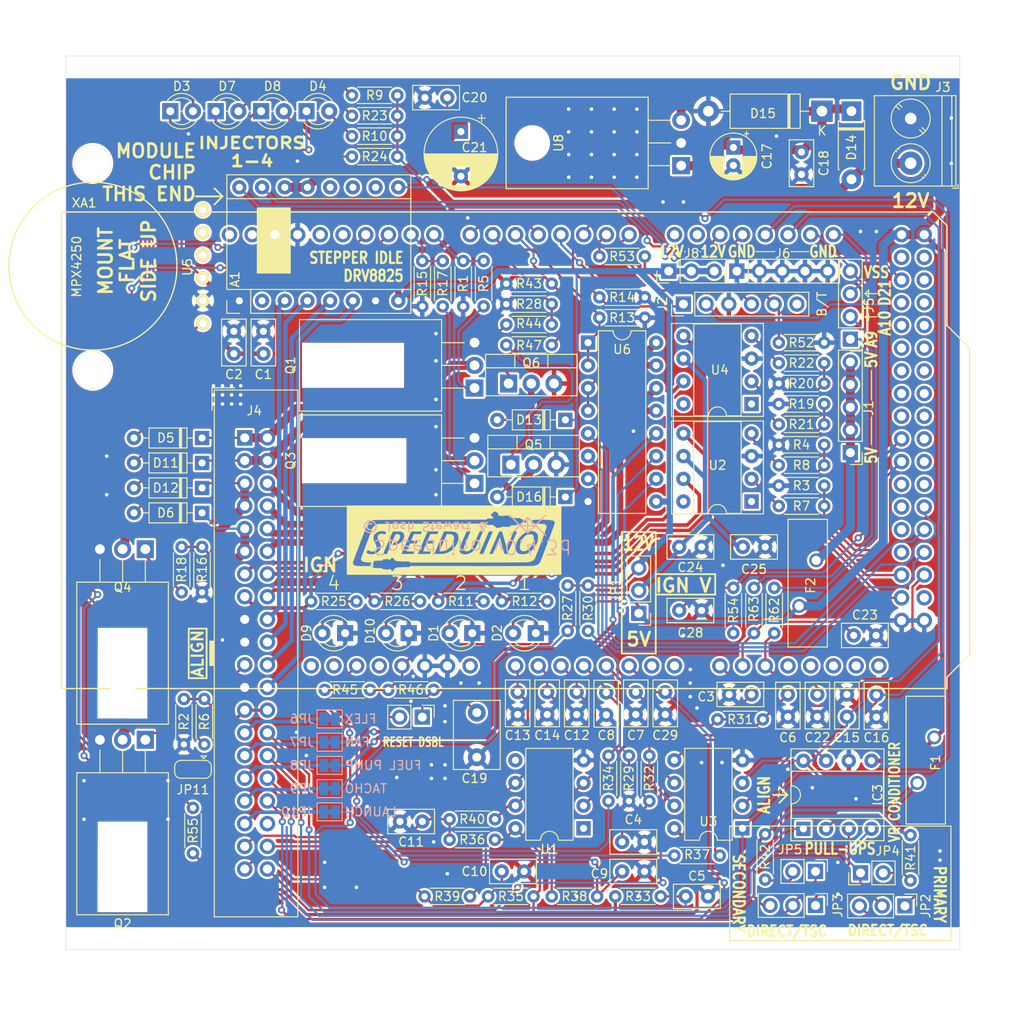
<source format=kicad_pcb>
(kicad_pcb (version 20221018) (generator pcbnew)
  (title_block (title "0.4") (date "2021-03-27") (rev "4d") (company "Speeduino"))
  (layers (0 "F.Cu" signal) (31 "B.Cu" signal) (34 "B.Paste" user) (35 "F.Paste" user) (36 "B.SilkS" user "B.Silkscreen") (37 "F.SilkS" user "F.Silkscreen") (38 "B.Mask" user) (39 "F.Mask" user) (44 "Edge.Cuts" user))
  (net 0 "")
  (net 1 "GND")
  (net 2 "O2_Sensor")
  (net 3 "Net-(C4-Pad1)")
  (net 4 "ADC-Clamp-4")
  (net 5 "ADC-Clamp-5")
  (net 6 "TPS_Sensor")
  (net 7 "IAT_Sensor")
  (net 8 "CLT_Sensor")
  (net 9 "ADC-Clamp-3")
  (net 10 "ADC-Clamp-1")
  (net 11 "ADC-Clamp-2")
  (net 12 "VDD")
  (net 13 "12V-SW")
  (net 14 "Net-(D1-Pad2)")
  (net 15 "Net-(D2-Pad2)")
  (net 16 "Net-(D3-Pad2)")
  (net 17 "Net-(D3-Pad1)")
  (net 18 "Net-(D4-Pad1)")
  (net 19 "Net-(D4-Pad2)")
  (net 20 "INJ-1-OUT")
  (net 21 "INJ-2-OUT")
  (net 22 "Net-(D7-Pad2)")
  (net 23 "Net-(D8-Pad2)")
  (net 24 "INJ-3-OUT")
  (net 25 "INJ-4-OUT")
  (net 26 "VRegIn")
  (net 27 "IDLE-OUT")
  (net 28 "BOOST-OUT")
  (net 29 "MCU-D0")
  (net 30 "MCU-D11")
  (net 31 "MCU-D10")
  (net 32 "Net-(R7-Pad1)")
  (net 33 "Net-(R8-Pad1)")
  (net 34 "IGN-1-OUT")
  (net 35 "IGN-2-OUT")
  (net 36 "MCU-D9")
  (net 37 "MCU-D8")
  (net 38 "MCU-D4")
  (net 39 "MCU-D49")
  (net 40 "MCU-D1")
  (net 41 "MCU-A10")
  (net 42 "MCU-A9")
  (net 43 "ADC-Clamp-6")
  (net 44 "RESET")
  (net 45 "MCU-D21")
  (net 46 "MCU-D20")
  (net 47 "MCU-D16")
  (net 48 "MCU-D5")
  (net 49 "MCU-D6")
  (net 50 "MCU-D7")
  (net 51 "MCU-D24")
  (net 52 "MCU-D38")
  (net 53 "MCU-D40")
  (net 54 "MCU-D45")
  (net 55 "MCU-D47")
  (net 56 "MCU-D50")
  (net 57 "MCU-D52")
  (net 58 "Net-(D10-Pad2)")
  (net 59 "ADC-Clamp-10")
  (net 60 "ADC-Clamp-8")
  (net 61 "ADC-Clamp-9")
  (net 62 "Net-(C19-Pad1)")
  (net 63 "Net-(D11-Pad2)")
  (net 64 "Net-(D12-Pad2)")
  (net 65 "Net-(D9-Pad2)")
  (net 66 "Net-(J2-Pad5)")
  (net 67 "Net-(J5-Pad1)")
  (net 68 "Net-(J5-Pad2)")
  (net 69 "Net-(R21-Pad1)")
  (net 70 "Net-(R22-Pad1)")
  (net 71 "IGN-3-OUT")
  (net 72 "IGN-4-OUT")
  (net 73 "MCU-D17")
  (net 74 "MCU-D3")
  (net 75 "STEP-A2")
  (net 76 "STEP-A1")
  (net 77 "STEP-B1")
  (net 78 "STEP-B2")
  (net 79 "Vdrive")
  (net 80 "HC-2-OUT")
  (net 81 "HC-1-OUT")
  (net 82 "VR1-")
  (net 83 "VR2-")
  (net 84 "MAP-EXT")
  (net 85 "TACHO-OUT")
  (net 86 "Net-(IC3-Pad2)")
  (net 87 "Net-(IC3-Pad3)")
  (net 88 "PROTO-1")
  (net 89 "PROTO-2")
  (net 90 "PROTO-3")
  (net 91 "CRANK-IN")
  (net 92 "PROTO-4")
  (net 93 "CAM-IN")
  (net 94 "PROTO-5")
  (net 95 "Net-(JP4-Pad2)")
  (net 96 "Net-(JP5-Pad2)")
  (net 97 "FAN-OUT")
  (net 98 "FUELPUMP-OUT")
  (net 99 "Clutch_in")
  (net 100 "Net-(A1-Pad2)")
  (net 101 "Net-(A1-Pad10)")
  (net 102 "Net-(A1-Pad11)")
  (net 103 "Net-(A1-Pad12)")
  (net 104 "VDDA")
  (net 105 "Net-(J2-Pad6)")
  (net 106 "Net-(U2-Pad8)")
  (net 107 "Net-(U2-Pad1)")
  (net 108 "Net-(U4-Pad1)")
  (net 109 "Net-(U4-Pad8)")
  (net 110 "ADC-Clamp-7")
  (net 111 "ADC-Clamp-11")
  (net 112 "ADC-Clamp-12")
  (net 113 "Net-(XA1-PadVIN)")
  (net 114 "Net-(XA1-Pad3V3)")
  (net 115 "Net-(XA1-PadIORF)")
  (net 116 "MCU-D15")
  (net 117 "MCU-D14")
  (net 118 "Net-(XA1-PadSCL)")
  (net 119 "Net-(XA1-PadSDA)")
  (net 120 "Net-(XA1-PadAREF)")
  (net 121 "MCU-D13")
  (net 122 "MCU-D12")
  (net 123 "MCU-A5")
  (net 124 "MCU-A6")
  (net 125 "MCU-A7")
  (net 126 "Net-(XA1-PadA11)")
  (net 127 "Net-(XA1-PadA12)")
  (net 128 "Net-(XA1-PadA13)")
  (net 129 "Net-(XA1-PadA14)")
  (net 130 "Net-(XA1-PadA15)")
  (net 131 "MCU-D22")
  (net 132 "MCU-D23")
  (net 133 "MCU-D25")
  (net 134 "MCU-D26")
  (net 135 "MCU-D27")
  (net 136 "MCU-D28")
  (net 137 "MCU-D29")
  (net 138 "MCU-D30")
  (net 139 "MCU-D31")
  (net 140 "MCU-D32")
  (net 141 "MCU-D33")
  (net 142 "MCU-D34")
  (net 143 "MCU-D35")
  (net 144 "MCU-D36")
  (net 145 "MCU-D37")
  (net 146 "MCU-D39")
  (net 147 "MCU-D41")
  (net 148 "MCU-D42")
  (net 149 "MCU-D43")
  (net 150 "MCU-D44")
  (net 151 "MCU-D46")
  (net 152 "MCU-D48")
  (net 153 "MCU-D53")
  (net 154 "Net-(F2-Pad2)")
  (net 155 "Net-(JP11-Pad3)")
  (net 156 "Net-(JP11-Pad2)")
  (net 157 "Net-(Q1-Pad1)")
  (net 158 "Net-(Q2-Pad1)")
  (net 159 "Net-(Q3-Pad1)")
  (net 160 "Net-(Q4-Pad1)")
  (net 161 "Net-(Q5-Pad2)")
  (net 162 "Net-(Q6-Pad2)")
  (footprint "Shields:Arduino_Mega2560_Shield_IO_Only" (layer "F.Cu") (at 110 107.8)
    (fp_text reference "XA1")
    (fp_text value "Arduino_Mega2560_Shield")
  )
  (footprint "Connector_PinHeader_2.54mm:PinHeader_1x06_P2.54mm_Vertical" (layer "F.Cu") (at 179.578 64.77 90)
    (fp_text reference "J2")
    (fp_text value "Conn_01x06")
  )
  (footprint "Package_DIP:DIP-8_W7.62mm_Socket" (layer "F.Cu") (at 193 123.5 90)
    (fp_text reference "IC3")
    (fp_text value "Trig Cond Socket")
  )
  (footprint "TerminalBlock_Phoenix:TerminalBlock_Phoenix_PT-1,5-2-5.0-H_1x02_P5.00mm_Horizontal" (layer "F.Cu") (at 205 49 90)
    (fp_text reference "J3")
    (fp_text value "Conn_01x02")
  )
  (footprint "Misc:MPX4250" (layer "F.Cu") (at 125.82 66.922 90)
    (fp_text reference "U5")
    (fp_text value "MPX4250")
  )
  (footprint "Connector_PinHeader_2.54mm:PinHeader_1x05_P2.54mm_Vertical" (layer "F.Cu") (at 198.255 81.4 180)
    (fp_text reference "J1")
    (fp_text value "Conn_01x05")
  )
  (footprint "Connector_PinHeader_2.54mm:PinHeader_1x03_P2.54mm_Vertical" (layer "F.Cu") (at 174.582 99.378 180)
    (fp_text reference "JP1")
    (fp_text value "Ignition Voltage")
  )
  (footprint "Connector_IDC:IDC-Header_2x20_P2.54mm_Vertical" (layer "F.Cu") (at 130.5 79.74)
    (fp_text reference "J4")
    (fp_text value "Conn_02x20_Counter_Clockwise")
  )
  (footprint "Connector_PinHeader_2.54mm:PinHeader_1x03_P2.54mm_Vertical" (layer "F.Cu") (at 194.354 132.08 -90)
    (fp_text reference "JP3")
    (fp_text value "VR-HALL")
  )
  (footprint "Module:Pololu_Breakout-16_15.2x20.3mm" (layer "F.Cu") (at 129.9 64.4 90)
    (fp_text reference "A1")
    (fp_text value "Pololu_Breakout_DRV8825")
  )
  (footprint "Connector_PinHeader_2.54mm:PinHeader_1x03_P2.54mm_Vertical" (layer "F.Cu") (at 177.935 61.08 90)
    (fp_text reference "J8")
    (fp_text value "Conn_01x03")
  )
  (footprint "Connector_PinHeader_2.54mm:PinHeader_1x04_P2.54mm_Vertical" (layer "F.Cu") (at 198.255 68.7 180)
    (fp_text reference "J5")
    (fp_text value "Conn_01x04")
  )
  (footprint "Connector_PinHeader_2.54mm:PinHeader_1x05_P2.54mm_Vertical" (layer "F.Cu") (at 185.555 61.08 90)
    (fp_text reference "J6")
    (fp_text value "Conn_01x05")
  )
  (footprint "Jumper:SolderJumper-3_P1.3mm_Bridged12_RoundedPad1.0x1.5mm" (layer "F.Cu") (at 124.714 116.84 180)
    (fp_text reference "JP11")
    (fp_text value "Jumper_3_Bridged12")
  )
  (footprint "Capacitor_THT:CP_Radial_D8.0mm_P5.00mm" (layer "F.Cu") (at 154.686 45.466 -90)
    (fp_text reference "C21")
    (fp_text value "47uF")
  )
  (footprint "Diode_THT:D_DO-35_SOD27_P7.62mm_Horizontal" (layer "F.Cu") (at 125.73 79.756 180)
    (fp_text reference "D5")
    (fp_text value "D")
  )
  (footprint "Diode_THT:D_DO-35_SOD27_P7.62mm_Horizontal" (layer "F.Cu") (at 125.73 88.138 180)
    (fp_text reference "D6")
    (fp_text value "D")
  )
  (footprint "Diode_THT:D_DO-35_SOD27_P7.62mm_Horizontal" (layer "F.Cu") (at 125.73 82.55 180)
    (fp_text reference "D11")
    (fp_text value "D")
  )
  (footprint "Diode_THT:D_DO-35_SOD27_P7.62mm_Horizontal" (layer "F.Cu") (at 125.73 85.344 180)
    (fp_text reference "D12")
    (fp_text value "D")
  )
  (footprint "Diode_THT:D_DO-41_SOD81_P7.62mm_Horizontal" (layer "F.Cu") (at 198.374 43.18 -90)
    (fp_text reference "D14")
    (fp_text value "SB230TA")
  )
  (footprint "Diode_THT:D_DO-15_P12.70mm_Horizontal" (layer "F.Cu") (at 195.072 43.18 180)
    (fp_text reference "D15")
    (fp_text value "D_TVS")
  )
  (footprint "Fuse:Fuse_BelFuse_0ZRE0055FF_L14.0mm_W4.1mm" (layer "F.Cu") (at 205.74 118.364 90)
    (fp_text reference "F1")
    (fp_text value "Polyfuse")
  )
  (footprint "Fuse:Fuse_BelFuse_0ZRE0055FF_L14.0mm_W4.1mm" (layer "F.Cu") (at 192.532 98.552 90)
    (fp_text reference "F2")
    (fp_text value "Polyfuse")
  )
  (footprint "Resistor_THT:R_Axial_DIN0204_L3.6mm_D1.6mm_P5.08mm_Horizontal" (layer "F.Cu") (at 154.94 59.944 -90)
    (fp_text reference "R1")
    (fp_text value "100k")
  )
  (footprint "Resistor_THT:R_Axial_DIN0204_L3.6mm_D1.6mm_P5.08mm_Horizontal" (layer "F.Cu") (at 123.698 114.046 90)
    (fp_text reference "R2")
    (fp_text value "100k")
  )
  (footprint "Resistor_THT:R_Axial_DIN0204_L3.6mm_D1.6mm_P5.08mm_Horizontal" (layer "F.Cu") (at 195.326 85.09 180)
    (fp_text reference "R3")
    (fp_text value "100k")
  )
  (footprint "Resistor_THT:R_Axial_DIN0204_L3.6mm_D1.6mm_P5.08mm_Horizontal" (layer "F.Cu") (at 190.246 80.518)
    (fp_text reference "R4")
    (fp_text value "100k")
  )
  (footprint "Resistor_THT:R_Axial_DIN0204_L3.6mm_D1.6mm_P5.08mm_Horizontal" (layer "F.Cu") (at 157.226 65.024 90)
    (fp_text reference "R5")
    (fp_text value "1k")
  )
  (footprint "Resistor_THT:R_Axial_DIN0204_L3.6mm_D1.6mm_P5.08mm_Horizontal" (layer "F.Cu") (at 125.984 114.046 90)
    (fp_text reference "R6")
    (fp_text value "1k")
  )
  (footprint "Resistor_THT:R_Axial_DIN0204_L3.6mm_D1.6mm_P5.08mm_Horizontal" (layer "F.Cu") (at 190.246 87.376)
    (fp_text reference "R7")
    (fp_text value "1k")
  )
  (footprint "Resistor_THT:R_Axial_DIN0204_L3.6mm_D1.6mm_P5.08mm_Horizontal" (layer "F.Cu") (at 190.246 82.804)
    (fp_text reference "R8")
    (fp_text value "1k")
  )
  (footprint "Resistor_THT:R_Axial_DIN0204_L3.6mm_D1.6mm_P5.08mm_Horizontal" (layer "F.Cu") (at 142.494 41.402)
    (fp_text reference "R9")
    (fp_text value "2.4k")
  )
  (footprint "Resistor_THT:R_Axial_DIN0204_L3.6mm_D1.6mm_P5.08mm_Horizontal" (layer "F.Cu") (at 142.494 45.974)
    (fp_text reference "R10")
    (fp_text value "2.4k")
  )
  (footprint "Resistor_THT:R_Axial_DIN0204_L3.6mm_D1.6mm_P5.08mm_Horizontal" (layer "F.Cu") (at 152.146 98.044)
    (fp_text reference "R11")
    (fp_text value "2.4k")
  )
  (footprint "Resistor_THT:R_Axial_DIN0204_L3.6mm_D1.6mm_P5.08mm_Horizontal" (layer "F.Cu") (at 170.18 66.294)
    (fp_text reference "R13")
    (fp_text value "100k")
  )
  (footprint "Resistor_THT:R_Axial_DIN0204_L3.6mm_D1.6mm_P5.08mm_Horizontal" (layer "F.Cu") (at 175.26 64.008 180)
    (fp_text reference "R14")
    (fp_text value "100k")
  )
  (footprint "Resistor_THT:R_Axial_DIN0204_L3.6mm_D1.6mm_P5.08mm_Horizontal" (layer "F.Cu") (at 150.368 59.944 -90)
    (fp_text reference "R15")
    (fp_text value "100k")
  )
  (footprint "Resistor_THT:R_Axial_DIN0204_L3.6mm_D1.6mm_P5.08mm_Horizontal" (layer "F.Cu") (at 125.73 97.028 90)
    (fp_text reference "R16")
    (fp_text value "100k")
  )
  (footprint "Resistor_THT:R_Axial_DIN0204_L3.6mm_D1.6mm_P5.08mm_Horizontal" (layer "F.Cu") (at 152.654 65.024 90)
    (fp_text reference "R17")
    (fp_text value "1k")
  )
  (footprint "Resistor_THT:R_Axial_DIN0204_L3.6mm_D1.6mm_P5.08mm_Horizontal" (layer "F.Cu") (at 123.444 97.028 90)
    (fp_text reference "R18")
    (fp_text value "1k")
  )
  (footprint "Resistor_THT:R_Axial_DIN0204_L3.6mm_D1.6mm_P5.08mm_Horizontal" (layer "F.Cu") (at 195.326 75.946 180)
    (fp_text reference "R19")
    (fp_text value "100k")
  )
  (footprint "Resistor_THT:R_Axial_DIN0204_L3.6mm_D1.6mm_P5.08mm_Horizontal" (layer "F.Cu") (at 190.246 73.66)
    (fp_text reference "R20")
    (fp_text value "100k")
  )
  (footprint "Resistor_THT:R_Axial_DIN0204_L3.6mm_D1.6mm_P5.08mm_Horizontal" (layer "F.Cu") (at 190.246 78.232)
    (fp_text reference "R21")
    (fp_text value "1k")
  )
  (footprint "Resistor_THT:R_Axial_DIN0204_L3.6mm_D1.6mm_P5.08mm_Horizontal" (layer "F.Cu") (at 190.246 71.374)
    (fp_text reference "R22")
    (fp_text value "1k")
  )
  (footprint "Resistor_THT:R_Axial_DIN0204_L3.6mm_D1.6mm_P5.08mm_Horizontal" (layer "F.Cu") (at 142.494 43.688)
    (fp_text reference "R23")
    (fp_text value "2.4k")
  )
  (footprint "Resistor_THT:R_Axial_DIN0204_L3.6mm_D1.6mm_P5.08mm_Horizontal" (layer "F.Cu") (at 142.494 48.26)
    (fp_text reference "R24")
    (fp_text value "2.4k")
  )
  (footprint "Resistor_THT:R_Axial_DIN0204_L3.6mm_D1.6mm_P5.08mm_Horizontal" (layer "F.Cu") (at 137.922 98.044)
    (fp_text reference "R25")
    (fp_text value "2.4k")
  )
  (footprint "Resistor_THT:R_Axial_DIN0204_L3.6mm_D1.6mm_P5.08mm_Horizontal" (layer "F.Cu") (at 173.482 120.396 90)
    (fp_text reference "R29")
    (fp_text value "1k")
  )
  (footprint "Resistor_THT:R_Axial_DIN0204_L3.6mm_D1.6mm_P5.08mm_Horizontal" (layer "F.Cu") (at 188.468 111.252 180)
    (fp_text reference "R31")
    (fp_text value "470R")
  )
  (footprint "Resistor_THT:R_Axial_DIN0204_L3.6mm_D1.6mm_P5.08mm_Horizontal" (layer "F.Cu") (at 175.768 115.316 -90)
    (fp_text reference "R32")
    (fp_text value "470R")
  )
  (footprint "Resistor_THT:R_Axial_DIN0204_L3.6mm_D1.6mm_P5.08mm_Horizontal" (layer "F.Cu") (at 171.958 131.064)
    (fp_text reference "R33")
    (fp_text value "2.4k")
  )
  (footprint "Resistor_THT:R_Axial_DIN0204_L3.6mm_D1.6mm_P5.08mm_Horizontal" (layer "F.Cu") (at 171.196 115.316 -90)
    (fp_text reference "R34")
    (fp_text value "470R")
  )
  (footprint "Resistor_THT:R_Axial_DIN0204_L3.6mm_D1.6mm_P5.08mm_Horizontal" (layer "F.Cu") (at 157.734 131.064)
    (fp_text reference "R35")
    (fp_text value "2.49k")
  )
  (footprint "Resistor_THT:R_Axial_DIN0204_L3.6mm_D1.6mm_P5.08mm_Horizontal" (layer "F.Cu") (at 153.416 124.714)
    (fp_text reference "R36")
    (fp_text value "2.49k")
  )
  (footprint "Resistor_THT:R_Axial_DIN0204_L3.6mm_D1.6mm_P5.08mm_Horizontal" (layer "F.Cu") (at 164.846 131.064)
    (fp_text reference "R38")
    (fp_text value "470R")
  )
  (footprint "Resistor_THT:R_Axial_DIN0204_L3.6mm_D1.6mm_P5.08mm_Horizontal" (layer "F.Cu") (at 155.702 131.064 180)
    (fp_text reference "R39")
    (fp_text value "470R")
  )
  (footprint "Resistor_THT:R_Axial_DIN0204_L3.6mm_D1.6mm_P5.08mm_Horizontal" (layer "F.Cu") (at 158.496 122.428 180)
    (fp_text reference "R40")
    (fp_text value "470R")
  )
  (footprint "Resistor_THT:R_Axial_DIN0204_L3.6mm_D1.6mm_P5.08mm_Horizontal" (layer "F.Cu") (at 188.722 129.186 90)
    (fp_text reference "R42")
    (fp_text value "1k")
  )
  (footprint "Resistor_THT:R_Axial_DIN0204_L3.6mm_D1.6mm_P5.08mm_Horizontal" (layer "F.Cu") (at 139.446 107.95)
    (fp_text reference "R45")
    (fp_text value "10k")
  )
  (footprint "Resistor_THT:R_Axial_DIN0204_L3.6mm_D1.6mm_P5.08mm_Horizontal" (layer "F.Cu") (at 151.638 107.95 180)
    (fp_text reference "R46")
    (fp_text value "120R")
  )
  (footprint "Resistor_THT:R_Axial_DIN0204_L3.6mm_D1.6mm_P5.08mm_Horizontal" (layer "F.Cu") (at 190.246 69.088)
    (fp_text reference "R52")
    (fp_text value "2k")
  )
  (footprint "Resistor_THT:R_Axial_DIN0204_L3.6mm_D1.6mm_P5.08mm_Horizontal" (layer "F.Cu") (at 170.18 59.436)
    (fp_text reference "R53")
    (fp_text value "1k")
  )
  (footprint "Resistor_THT:R_Axial_DIN0204_L3.6mm_D1.6mm_P5.08mm_Horizontal" (layer "F.Cu") (at 185.166 96.52 -90)
    (fp_text reference "R54")
    (fp_text value "1k")
  )
  (footprint "Resistor_THT:R_Axial_DIN0204_L3.6mm_D1.6mm_P5.08mm_Horizontal" (layer "F.Cu") (at 124.714 126.238 90)
    (fp_text reference "R55")
    (fp_text value "470R")
  )
  (footprint "Resistor_THT:R_Axial_DIN0204_L3.6mm_D1.6mm_P5.08mm_Horizontal" (layer "F.Cu") (at 189.738 96.52 -90)
    (fp_text reference "R62")
    (fp_text value "470R")
  )
  (footprint "Resistor_THT:R_Axial_DIN0204_L3.6mm_D1.6mm_P5.08mm_Horizontal" (layer "F.Cu") (at 187.47 101.6 90)
    (fp_text reference "R63")
    (fp_text value "470R")
  )
  (footprint "Package_DIP:DIP-8_W7.62mm" (layer "F.Cu") (at 168.402 123.444 180)
    (fp_text reference "U1")
    (fp_text value "SP721")
  )
  (footprint "Package_DIP:DIP-8_W7.62mm_Socket" (layer "F.Cu") (at 187.198 86.868 180)
    (fp_text reference "U2")
    (fp_text value "TC4424A")
  )
  (footprint "Package_DIP:DIP-8_W7.62mm" (layer "F.Cu") (at 186.182 123.444 180)
    (fp_text reference "U3")
    (fp_text value "SP721")
  )
  (footprint "Package_DIP:DIP-8_W7.62mm_Socket" (layer "F.Cu") (at 187.198 75.946 180)
    (fp_text reference "U4")
    (fp_text value "TC4424A")
  )
  (footprint "Package_DIP:DIP-16_W7.62mm" (layer "F.Cu") (at 168.91 69.088)
    (fp_text reference "U6")
    (fp_text value "ULN2003")
  )
  (footprint "Package_TO_SOT_THT:TO-220-3_Horizontal_TabDown" (layer "F.Cu") (at 119.38 92.202 180)
    (fp_text reference "Q4")
    (fp_text value "Q_NMOS_GDS")
  )
  (footprint "LED_THT:LED_D3.0mm" (layer "F.Cu") (at 127.254 43.18)
    (fp_text reference "D7")
    (fp_text value "LED")
  )
  (footprint "LED_THT:LED_D3.0mm" (layer "F.Cu") (at 155.956 101.6 180)
    (fp_text reference "D1")
    (fp_text value "LED")
  )
  (footprint "LED_THT:LED_D3.0mm" (layer "F.Cu") (at 163.068 101.6 180)
    (fp_text reference "D2")
    (fp_text value "LED")
  )
  (footprint "LED_THT:LED_D3.0mm" (layer "F.Cu") (at 122.174 43.18)
    (fp_text reference "D3")
    (fp_text value "LED")
  )
  (footprint "LED_THT:LED_D3.0mm" (layer "F.Cu") (at 132.334 43.18)
    (fp_text reference "D8")
    (fp_text value "LED")
  )
  (footprint "LED_THT:LED_D3.0mm" (layer "F.Cu") (at 141.732 101.6 180)
    (fp_text reference "D9")
    (fp_text value "LED")
  )
  (footprint "LED_THT:LED_D3.0mm" (layer "F.Cu") (at 148.844 101.6 180)
    (fp_text reference "D10")
    (fp_text value "LED")
  )
  (footprint "Package_TO_SOT_THT:TO-220-3_Horizontal_TabDown" (layer "F.Cu") (at 119.38 113.538 180)
    (fp_text reference "Q2")
    (fp_text value "Q_NMOS_GDS")
  )
  (footprint "Package_TO_SOT_THT:TO-220-3_Horizontal_TabDown" (layer "F.Cu") (at 156.21 74.168 90)
    (fp_text reference "Q1")
    (fp_text value "Q_NMOS_GDS")
  )
  (footprint "Package_TO_SOT_THT:TO-220-3_Horizontal_TabDown" (layer "F.Cu") (at 156.21 84.836 90)
    (fp_text reference "Q3")
    (fp_text value "Q_NMOS_GDS")
  )
  (footprint "Package_TO_SOT_THT:TO-220-3_Horizontal_TabDown" (layer "F.Cu") (at 179.324 49.276 90)
    (fp_text reference "U8")
    (fp_text value "LM2940S-5.0")
  )
  (footprint "Resistor_THT:R_Axial_DIN0204_L3.6mm_D1.6mm_P5.08mm_Horizontal" (layer "F.Cu") (at 204.978 129.286 90)
    (fp_text reference "R41")
    (fp_text value "1k")
  )
  (footprint "Connector_PinHeader_2.54mm:PinHeader_1x03_P2.54mm_Vertical" (layer "F.Cu") (at 204.354 132.132 -90)
    (fp_text reference "JP2")
    (fp_text value "VR-HALL")
  )
  (footprint "Connector_PinHeader_2.54mm:PinHeader_1x02_P2.54mm_Vertical" (layer "F.Cu") (at 199.39 128.432 90)
    (fp_text reference "JP4")
    (fp_text value "PULL-UP")
  )
  (footprint "Connector_PinHeader_2.54mm:PinHeader_1x02_P2.54mm_Vertical" (layer "F.Cu") (at 194.354 128.27 -90)
    (fp_text reference "JP5")
    (fp_text value "PULL-UP")
  )
  (footprint "Resistor_THT:R_Axial_DIN0204_L3.6mm_D1.6mm_P5.08mm_Horizontal" (layer "F.Cu") (at 145.034 98.044)
    (fp_text reference "R26")
    (fp_text value "2.4k")
  )
  (footprint "Resistor_THT:R_Axial_DIN0204_L3.6mm_D1.6mm_P5.08mm_Horizontal" (layer "F.Cu") (at 159.766 62.484)
    (fp_text reference "R43")
    (fp_text value "100k")
  )
  (footprint "Capacitor_THT:CP_Radial_D5.0mm_P2.00mm" (layer "F.Cu") (at 185.166 47.244 -90)
    (fp_text reference "C17")
    (fp_text value "10uF")
  )
  (footprint "Misc:Speeduino logo_sml" (layer "F.Cu") (at 153.924 91.186)
    (fp_text reference "G***" hide)
    (fp_text value "LOGO" hide)
  )
  (footprint "LED_THT:LED_D3.0mm" (layer "F.Cu") (at 137.414 43.18)
    (fp_text reference "D4")
    (fp_text value "LED")
  )
  (footprint "Diode_THT:D_DO-35_SOD27_P7.62mm_Horizontal" (layer "F.Cu") (at 166.37 77.724 180)
    (fp_text reference "D13")
    (fp_text value "D")
  )
  (footprint "Diode_THT:D_DO-35_SOD27_P7.62mm_Horizontal" (layer "F.Cu") (at 166.37 86.36 180)
    (fp_text reference "D16")
    (fp_text value "D")
  )
  (footprint "Resistor_THT:R_Axial_DIN0204_L3.6mm_D1.6mm_P5.08mm_Horizontal" (layer "F.Cu") (at 159.766 64.77)
    (fp_text reference "R28")
    (fp_text value "100k")
  )
  (footprint "Resistor_THT:R_Axial_DIN0204_L3.6mm_D1.6mm_P5.08mm_Horizontal" (layer "F.Cu") (at 164.846 67.056 180)
    (fp_text reference "R44")
    (fp_text value "1k")
  )
  (footprint "Resistor_THT:R_Axial_DIN0204_L3.6mm_D1.6mm_P5.08mm_Horizontal" (layer "F.Cu") (at 164.846 69.342 180)
    (fp_text reference "R47")
    (fp_text value "1k")
  )
  (footprint "Resistor_THT:R_Axial_DIN0204_L3.6mm_D1.6mm_P5.08mm_Horizontal" (layer "F.Cu") (at 168.91 101.346 90)
    (fp_text reference "R30")
    (fp_text value "3.9k")
  )
  (footprint "Resistor_THT:R_Axial_DIN0204_L3.6mm_D1.6mm_P5.08mm_Horizontal" (layer "F.Cu") (at 166.624 101.346 90)
    (fp_text reference "R27")
    (fp_text value "10k")
  )
  (footprint "Resistor_THT:R_Axial_DIN0204_L3.6mm_D1.6mm_P5.08mm_Horizontal" (layer "F.Cu") (at 159.258 98.044)
    (fp_text reference "R12")
    (fp_text value "2.4k")
  )
  (footprint "Resistor_THT:R_Axial_DIN0204_L3.6mm_D1.6mm_P5.08mm_Horizontal" (layer "F.Cu") (at 178.562 126.492)
    (fp_text reference "R37")
    (fp_text value "1k")
  )
  (footprint "Capacitor_THT:C_Disc_D5.0mm_W2.5mm_P2.50mm" (layer "F.Cu") (at 132.588 67.818 -90)
    (fp_text reference "C1")
    (fp_text value "0.01uF")
  )
  (footprint "Capacitor_THT:C_Disc_D5.0mm_W2.5mm_P2.50mm" (layer "F.Cu") (at 129.286 67.818 -90)
    (fp_text reference "C2")
    (fp_text value "1uF")
  )
  (footprint "Capacitor_THT:C_Disc_D5.0mm_W2.5mm_P2.50mm" (layer "F.Cu") (at 187.198 108.458 180)
    (fp_text reference "C3")
    (fp_text value "0.1uF")
  )
  (footprint "Capacitor_THT:C_Disc_D5.0mm_W2.5mm_P2.50mm" (layer "F.Cu") (at 172.72 124.968)
    (fp_text reference "C4")
    (fp_text value "0.1uF")
  )
  (footprint "Capacitor_THT:C_Disc_D5.0mm_W2.5mm_P2.50mm" (layer "F.Cu") (at 179.832 131.064)
    (fp_text reference "C5")
    (fp_text value "0.22uF")
  )
  (footprint "Capacitor_THT:C_Disc_D5.0mm_W2.5mm_P2.50mm" (layer "F.Cu") (at 191.262 108.458 -90)
    (fp_text reference "C6")
    (fp_text value "0.22uF")
  )
  (footprint "Capacitor_THT:C_Disc_D5.0mm_W2.5mm_P2.50mm" (layer "F.Cu") (at 174.244 108.204 -90)
    (fp_text reference "C7")
    (fp_text value "0.22uF")
  )
  (footprint "Capacitor_THT:C_Disc_D5.0mm_W2.5mm_P2.50mm" (layer "F.Cu") (at 170.942 110.744 90)
    (fp_text reference "C8")
    (fp_text value "470pf")
  )
  (footprint "Capacitor_THT:C_Disc_D5.0mm_W2.5mm_P2.50mm" (layer "F.Cu") (at 172.72 128.27)
    (fp_text reference "C9")
    (fp_text value "0.1uF")
  )
  (footprint "Capacitor_THT:C_Disc_D5.0mm_W2.5mm_P2.50mm" (layer "F.Cu") (at 159.258 128.27)
    (fp_text reference "C10")
    (fp_text value "0.1uF")
  )
  (footprint "Capacitor_THT:C_Disc_D5.0mm_W2.5mm_P2.50mm" (layer "F.Cu") (at 150.368 122.682 180)
    (fp_text reference "C11")
    (fp_text value "0.1uF")
  )
  (footprint "Capacitor_THT:C_Disc_D5.0mm_W2.5mm_P2.50mm" (layer "F.Cu") (at 167.64 108.204 -90)
    (fp_text reference "C12")
    (fp_text value "0.22uF")
  )
  (footprint "Capacitor_THT:C_Disc_D5.0mm_W2.5mm_P2.50mm" (layer "F.Cu") (at 161.036 108.204 -90)
    (fp_text reference "C13")
    (fp_text value "0.22uF")
  )
  (footprint "Capacitor_THT:C_Disc_D5.0mm_W2.5mm_P2.50mm" (layer "F.Cu") (at 164.338 108.204 -90)
    (fp_text reference "C14")
    (fp_text value "0.22uF")
  )
  (footprint "Capacitor_THT:C_Disc_D5.0mm_W2.5mm_P2.50mm" (layer "F.Cu") (at 197.866 108.458 -90)
    (fp_text reference "C15")
    (fp_text value "0.01uF")
  )
  (footprint "Capacitor_THT:C_Disc_D5.0mm_W2.5mm_P2.50mm" (layer "F.Cu") (at 201.168 110.998 90)
    (fp_text reference "C16")
    (fp_text value "0.1uF")
  )
  (footprint "Capacitor_THT:C_Disc_D5.0mm_W2.5mm_P2.50mm" (layer "F.Cu") (at 192.786 47.752 -90)
    (fp_text reference "C18")
    (fp_text value "0.1uF")
  )
  (footprint "Capacitor_THT:C_Disc_D5.0mm_W2.5mm_P2.50mm" (layer "F.Cu") (at 153.162 41.656 180)
    (fp_text reference "C20")
    (fp_text value "0.1uF")
  )
  (footprint "Capacitor_THT:C_Disc_D5.0mm_W2.5mm_P2.50mm" (layer "F.Cu") (at 194.564 108.458 -90)
    (fp_text reference "C22")
    (fp_text value "0.1uF")
  )
  (footprint "Capacitor_THT:C_Disc_D5.0mm_W2.5mm_P2.50mm" (layer "F.Cu") (at 198.628 101.854)
    (fp_text reference "C23")
    (fp_text value "0.1uF")
  )
  (footprint "Capacitor_THT:C_Disc_D5.0mm_W2.5mm_P2.50mm" (layer "F.Cu") (at 181.61 91.948 180)
    (fp_text reference "C24")
    (fp_text value "0.1uF")
  )
  (footprint "Capacitor_THT:C_Disc_D5.0mm_W2.5mm_P2.50mm" (layer "F.Cu") (at 188.722 91.948 180)
    (fp_text reference "C25")
    (fp_text value "1uF")
  )
  (footprint "Capacitor_THT:C_Disc_D5.0mm_W2.5mm_P2.50mm" (layer "F.Cu") (at 181.61 99.06 180)
    (fp_text reference "C28")
    (fp_text value "0.1uF")
  )
  (footprint "Capacitor_THT:C_Disc_D5.0mm_W2.5mm_P2.50mm" (layer "F.Cu") (at 177.546 108.204 -90)
    (fp_text reference "C29")
    (fp_text value "470pf")
  )
  (footprint "Connector_PinHeader_2.54mm:PinHeader_1x02_P2.54mm_Vertical" (layer "F.Cu") (at 150.368 110.998 -90)
    (fp_text reference "JP12" hide)
    (fp_text value "Jumper_NO_Small")
  )
  (footprint "Capacitor_THT:C_Disc_D7.5mm_W5.0mm_P5.00mm" (layer "F.Cu") (at 156.464 110.49 -90)
    (fp_text reference "C19")
    (fp_text value "22uF")
  )
  (footprint "Package_TO_SOT_THT:TO-220-3_Vertical" (layer "F.Cu") (at 160.02 73.66)
    (fp_text reference "Q6")
    (fp_text value "TO-220-3_Vertical")
  )
  (footprint "Package_TO_SOT_THT:TO-220-3_Vertical" (layer "F.Cu") (at 160.274 82.733)
    (fp_text reference "Q5")
    (fp_text value "TO-220-3_Vertical")
  )
  (footprint "Jumper:SolderJumper-2_P1.3mm_Bridged_Pad1.0x1.5mm" (layer "B.Cu") (at 140 116.4 180)
    (fp_text reference "JP8")
    (fp_text value "SolderJumper_2_Bridged")
  )
  (footprint "Jumper:SolderJumper-2_P1.3mm_Bridged_Pad1.0x1.5mm" (layer "B.Cu") (at 140 111.2 180)
    (fp_text reference "JP6")
    (fp_text value "SolderJumper_2_Bridged")
  )
  (footprint "Jumper:SolderJumper-2_P1.3mm_Bridged_Pad1.0x1.5mm" (layer "B.Cu") (at 140 113.8 180)
    (fp_text reference "JP7")
    (fp_text value "SolderJumper_2_Bridged")
  )
  (footprint "Jumper:SolderJumper-2_P1.3mm_Bridged_Pad1.0x1.5mm" (layer "B.Cu") (at 140 119 180)
    (fp_text reference "JP9")
    (fp_text value "SolderJumper_2_Bridged")
  )
  (footprint "Jumper:SolderJumper-2_P1.3mm_Bridged_Pad1.0x1.5mm" (layer "B.Cu") (at 140 121.6 180)
    (fp_text reference "JP10")
    (fp_text value "SolderJumper_2_Bridged")
  )
  (gr_line (start 162.152 88.646) (end 162.152 90.246) (stroke (width 0.15)) (layer "B.SilkS"))
  (gr_line (start 164.152 88.392) (end 162.152 90.392) (stroke (width 0.15)) (layer "B.SilkS"))
  (gr_line (start 162.152 88.646) (end 164.152 90.646) (stroke (width 0.15)) (layer "B.SilkS"))
  (gr_line (start 161.352 89.574) (end 162.952 89.574) (stroke (width 0.15)) (layer "B.SilkS"))
  (gr_line (start 160.152 88.392) (end 162.152 90.392) (stroke (width 0.15)) (layer "B.SilkS"))
  (gr_line (start 160.152 90.646) (end 162.152 88.646) (stroke (width 0.15)) (layer "B.SilkS"))
  (gr_line (start 193.6 58.9) (end 191.6 58.9) (stroke (width 0.12)) (layer "F.SilkS"))
  (gr_line (start 124.238 106.642) (end 124.238 101.092) (stroke (width 0.2)) (layer "F.SilkS"))
  (gr_line (start 128.016 52.716) (end 127.116 53.616) (stroke (width 0.2)) (layer "F.SilkS"))
  (gr_line (start 125.016 52.716) (end 128.016 52.716) (stroke (width 0.2)) (layer "F.SilkS"))
  (gr_line (start 128.016 52.716) (end 127.116 51.816) (stroke (width 0.2)) (layer "F.SilkS"))
  (gr_line (start 126.238 106.642) (end 126.238 101.092) (stroke (width 0.2)) (layer "F.SilkS"))
  (gr_line (start 126.238 101.092) (end 124.238 101.092) (stroke (width 0.2)) (layer "F.SilkS"))
  (gr_line (start 126.75 102.5) (end 126.75 105.2) (stroke (width 0.12)) (layer "F.SilkS"))
  (gr_line (start 126.7 102.5) (end 126.7 105.2) (stroke (width 0.12)) (layer "F.SilkS"))
  (gr_line (start 126.65 102.5) (end 126.65 105.2) (stroke (width 0.12)) (layer "F.SilkS"))
  (gr_line (start 126.6 102.5) (end 126.6 105.2) (stroke (width 0.12)) (layer "F.SilkS"))
  (gr_line (start 126.238 106.642) (end 124.238 106.642) (stroke (width 0.2)) (layer "F.SilkS"))
  (gr_line (start 176.482 103.878) (end 176.482 90.278) (stroke (width 0.2)) (layer "F.SilkS"))
  (gr_line (start 127 102.5) (end 127 105.2) (stroke (width 0.12)) (layer "F.SilkS"))
  (gr_line (start 176.53 94.996) (end 183.134 94.996) (stroke (width 0.2)) (layer "F.SilkS"))
  (gr_line (start 199.9 66.2) (end 200.3 66.6) (stroke (width 0.12)) (layer "F.SilkS"))
  (gr_line (start 179.8 58.9) (end 179.7 58.9) (stroke (width 0.12)) (layer "F.SilkS"))
  (gr_line (start 181.5 58.9) (end 181.4 58.9) (stroke (width 0.12)) (layer "F.SilkS"))
  (gr_line (start 201.2 66.2) (end 199.9 66.2) (stroke (width 0.12)) (layer "F.SilkS"))
  (gr_line (start 201.2 63.6) (end 199.9 63.6) (stroke (width 0.12)) (layer "F.SilkS"))
  (gr_line (start 184.754 135.99) (end 209.504 135.99) (stroke (width 0.12)) (layer "F.SilkS"))
  (gr_line (start 187.7 58.9) (end 189.8 58.9) (stroke (width 0.12)) (layer "F.SilkS"))
  (gr_line (start 126.9 105.2) (end 126.9 102.5) (stroke (width 0.12)) (layer "F.SilkS"))
  (gr_line (start 126.6 102.5) (end 127.1 102.5) (stroke (width 0.12)) (layer "F.SilkS"))
  (gr_line (start 127 105.2) (end 126.9 105.2) (stroke (width 0.12)) (layer "F.SilkS"))
  (gr_line (start 199.9 63.6) (end 200.3 64) (stroke (width 0.12)) (layer "F.SilkS"))
  (gr_line (start 200.3 64) (end 200.3 63.2) (stroke (width 0.12)) (layer "F.SilkS"))
  (gr_line (start 183.134 97.282) (end 176.53 97.282) (stroke (width 0.2)) (layer "F.SilkS"))
  (gr_line (start 126.8 102.5) (end 126.8 105.2) (stroke (width 0.12)) (layer "F.SilkS"))
  (gr_line (start 209.504 123.19) (end 184.754 123.19) (stroke (width 0.12)) (layer "F.SilkS"))
  (gr_line (start 209.504 135.99) (end 209.504 123.19) (stroke (width 0.12)) (layer "F.SilkS"))
  (gr_line (start 189.6 119.7) (end 191.2 119.7) (stroke (width 0.2)) (layer "F.SilkS"))
  (gr_line (start 126.9 102.5) (end 126.8 102.5) (stroke (width 0.12)) (layer "F.SilkS"))
  (gr_poly (pts (xy 131.9 54) (xy 135.6 54) (xy 135.6 61.3) (xy 131.9 61.3)) (stroke (width 0.1)) (fill solid) (layer "F.SilkS"))
  (gr_line (start 191.2 119.7) (end 190.3 120.6) (stroke (width 0.2)) (layer "F.SilkS"))
  (gr_line (start 183.134 94.996) (end 183.134 97.282) (stroke (width 0.2)) (layer "F.SilkS"))
  (gr_line (start 184.754 123.19) (end 184.754 135.99) (stroke (width 0.12)) (layer "F.SilkS"))
  (gr_line (start 191.2 119.7) (end 190.3 118.8) (stroke (width 0.2)) (layer "F.SilkS"))
  (gr_line (start 172.682 103.878) (end 172.682 90.278) (stroke (width 0.2)) (layer "F.SilkS"))
  (gr_line (start 126.6 105.2) (end 127.1 105.2) (stroke (width 0.12)) (layer "F.SilkS"))
  (gr_line (start 200.6 80.5) (end 200.6 77.4) (stroke (width 0.12)) (layer "F.SilkS"))
  (gr_line (start 200.3 66.6) (end 200.3 65.8) (stroke (width 0.12)) (layer "F.SilkS"))
  (gr_line (start 172.682 90.278) (end 176.482 90.278) (stroke (width 0.2)) (layer "F.SilkS"))
  (gr_line (start 172.682 103.878) (end 176.49 103.886) (stroke (width 0.2)) (layer "F.SilkS"))
  (gr_line (start 200.6 75.5) (end 200.6 72.2) (stroke (width 0.12)) (layer "F.SilkS"))
  (gr_line (start 200.3 63.2) (end 199.9 63.6) (stroke (width 0.12)) (layer "F.SilkS"))
  (gr_line (start 200.3 65.8) (end 199.9 66.2) (stroke (width 0.12)) (layer "F.SilkS"))
  (gr_line (start 210.5 37) (end 210.5 137) (stroke (width 0.05)) (layer "Edge.Cuts"))
  (gr_line (start 110.5 37) (end 210.5 37) (stroke (width 0.05)) (layer "Edge.Cuts"))
  (gr_line (start 110.5 137) (end 110.5 37) (stroke (width 0.05)) (layer "Edge.Cuts"))
  (gr_line (start 110.5 137) (end 210.5 137) (stroke (width 0.05)) (layer "Edge.Cuts"))
  (gr_text "TACHO" (at 141.6 119) (layer "B.SilkS") (effects (font (size 1 1)) (justify right mirror)))
  (gr_text "FUEL PUMP" (at 141.6 116.4) (layer "B.SilkS") (effects (font (size 1 1)) (justify right mirror)))
  (gr_text "FAN" (at 141.6 113.8) (layer "B.SilkS") (effects (font (size 1 1)) (justify right mirror)))
  (gr_text "FLEX" (at 141.6 111.2) (layer "B.SilkS") (effects (font (size 1 1)) (justify right mirror)))
  (gr_text "© Josh Stewart & " (at 151.13 89.662 180) (layer "B.SilkS") (effects (font (size 1 1)) (justify mirror)))
  (gr_text "LAUNCH" (at 141.6 121.6) (layer "B.SilkS") (effects (font (size 1 1)) (justify right mirror)))
  (gr_text "Speeduino v0.4.3d" (at 155.956 91.948 180) (layer "B.SilkS") (effects (font (size 1.6 1.6)) (justify mirror)))
  (gr_text "VSS" (at 201.168 61.214) (layer "F.SilkS") (effects (font (size 1.25 1) (thickness 0.25))))
  (gr_text "GND" (at 186.1 58.9) (layer "F.SilkS") (effects (font (size 1.25 1) (thickness 0.25))))
  (gr_text "STEPPER IDLE\nDRV8825" (at 148.4 60.6) (layer "F.SilkS") (effects (font (size 1.25 1) (thickness 0.25)) (justify right)))
  (gr_text "MODULE\nCHIP\nTHIS END" (at 125.222 50.038) (layer "F.SilkS") (effects (font (size 1.5 1.5) (thickness 0.3)) (justify right)))
  (gr_text "MOUNT\nFLAT\nSIDE UP" (at 117.348 59.944 90) (layer "F.SilkS") (effects (font (size 1.5 1.5) (thickness 0.3))))
  (gr_text "5V" (at 200.6 71 90) (layer "F.SilkS") (effects (font (size 1.25 1) (thickness 0.25))))
  (gr_text "5V" (at 200.6 81.7 90) (layer "F.SilkS") (effects (font (size 1.25 1) (thickness 0.25))))
  (gr_text "12V" (at 182.9 58.9) (layer "F.SilkS") (effects (font (size 1.25 1) (thickness 0.25))))
  (gr_text "12V" (at 178.2 58.9) (layer "F.SilkS") (effects (font (size 1.25 1) (thickness 0.25))))
  (gr_text "12V" (at 205 53.2) (layer "F.SilkS") (effects (font (size 1.5 1.5) (thickness 0.3))))
  (gr_text "GND" (at 205 40) (layer "F.SilkS") (effects (font (size 1.5 1.5) (thickness 0.3))))
  (gr_text "GND" (at 195.2 58.9) (layer "F.SilkS") (effects (font (size 1.25 1) (thickness 0.25))))
  (gr_text "A9" (at 200.6 68.7 90) (layer "F.SilkS") (effects (font (size 1.25 1) (thickness 0.25))))
  (gr_text "RESET DSBL" (at 149.352 113.792) (layer "F.SilkS") (effects (font (size 1 0.75) (thickness 0.1875))))
  (gr_text "A10" (at 202.1 66.9 90) (layer "F.SilkS") (effects (font (size 1.25 1) (thickness 0.25))))
  (gr_text "VR CONDITIONER" (at 203.2 119.38 90) (layer "F.SilkS") (effects (font (size 1.15 0.9) (thickness 0.22))))
  (gr_text "ALIGN" (at 188.6 119.7 90) (layer "F.SilkS") (effects (font (size 1.25 1) (thickness 0.25))))
  (gr_text "SECONDARY" (at 185.754 130.74 270) (layer "F.SilkS") (effects (font (size 1.25 1) (thickness 0.25))))
  (gr_text "PRIMARY" (at 208.254 130.84 270) (layer "F.SilkS") (effects (font (size 1.25 1) (thickness 0.25))))
  (gr_text "DIRECT/TSC" (at 191.154 134.94) (layer "F.SilkS") (effects (font (size 1.15 1) (thickness 0.25))))
  (gr_text "ALIGN" (at 125.222 103.886 90) (layer "F.SilkS") (effects (font (size 1.25 1.25) (thickness 0.25))))
  (gr_text "INJECTORS\n1-4" (at 131.318 47.752) (layer "F.SilkS") (effects (font (size 1.25 1.5) (thickness 0.3))))
  (gr_text "12V" (at 174.532 91.578) (layer "F.SilkS") (effects (font (size 1.5 1.25) (thickness 0.3))))
  (gr_text "PULL-UPS" (at 197.104 125.73) (layer "F.SilkS") (effects (font (size 1.25 1) (thickness 0.25))))
  (gr_text "DIRECT/TSC" (at 202.438 134.874) (layer "F.SilkS") (effects (font (size 1.15 1) (thickness 0.25))))
  (gr_text "IGN V" (at 179.578 96.266) (layer "F.SilkS") (effects (font (size 1.5 1.5) (thickness 0.3))))
  (gr_text "5V" (at 174.582 102.278) (layer "F.SilkS") (effects (font (size 1.5 1.5) (thickness 0.3))))
  (gr_text "D21" (at 202.1 63.5 90) (layer "F.SilkS") (effects (font (size 1.25 1) (thickness 0.25))))
  (gr_text "IGN" (at 138.938 93.98) (layer "F.SilkS") (effects (font (size 1.5 1.5) (thickness 0.3))))
  (gr_text "B/T" (at 195.072 64.77 90) (layer "F.SilkS") (effects (font (size 1 1))))
  (via (at 184 94) (size 0.8) (drill 0.4) (layers "F.Cu" "B.Cu") (net 1))
  (via (at 194 118.9) (size 0.8) (drill 0.4) (layers "F.Cu" "B.Cu") (net 1))
  (via (at 169.29 42.95) (size 0.8) (drill 0.4) (layers "F.Cu" "B.Cu") (net 1))
  (via (at 171.83 42.95) (size 0.8) (drill 0.4) (layers "F.Cu" "B.Cu") (net 1))
  (via (at 174.37 42.95) (size 0.8) (drill 0.4) (layers "F.Cu" "B.Cu") (net 1))
  (via (at 166.75 45.49) (size 0.8) (drill 0.4) (layers "F.Cu" "B.Cu") (net 1))
  (via (at 169.29 45.49) (size 0.8) (drill 0.4) (layers "F.Cu" "B.Cu") (net 1))
  (via (at 171.83 45.49) (size 0.8) (drill 0.4) (layers "F.Cu" "B.Cu") (net 1))
  (via (at 174.37 45.49) (size 0.8) (drill 0.4) (layers "F.Cu" "B.Cu") (net 1))
  (via (at 166.75 48.03) (size 0.8) (drill 0.4) (layers "F.Cu" "B.Cu") (net 1))
  (via (at 169.29 48.03) (size 0.8) (drill 0.4) (layers "F.Cu" "B.Cu") (net 1))
  (via (at 171.83 48.03) (size 0.8) (drill 0.4) (layers "F.Cu" "B.Cu") (net 1))
  (via (at 174.37 48.03) (size 0.8) (drill 0.4) (layers "F.Cu" "B.Cu") (net 1))
  (via (at 166.75 50.57) (size 0.8) (drill 0.4) (layers "F.Cu" "B.Cu") (net 1))
  (via (at 169.29 50.57) (size 0.8) (drill 0.4) (layers "F.Cu" "B.Cu") (net 1))
  (via (at 171.83 50.57) (size 0.8) (drill 0.4) (layers "F.Cu" "B.Cu") (net 1))
  (via (at 174.37 50.57) (size 0.8) (drill 0.4) (layers "F.Cu" "B.Cu") (net 1))
  (via (at 166.75 42.95) (size 0.8) (drill 0.4) (layers "F.Cu" "B.Cu") (net 1))
  (via (at 208.28 127) (size 0.8) (drill 0.4) (layers "F.Cu" "B.Cu") (net 1))
  (via (at 127 74.93) (size 0.8) (drill 0.4) (layers "F.Cu" "B.Cu") (net 1))
  (via (at 128.016 74.93) (size 0.8) (drill 0.4) (layers "F.Cu" "B.Cu") (net 1))
  (via (at 129.032 74.93) (size 0.8) (drill 0.4) (layers "F.Cu" "B.Cu") (net 1))
  (via (at 130.048 74.93) (size 0.8) (drill 0.4) (layers "F.Cu" "B.Cu") (net 1))
  (via (at 127 73.914) (size 0.8) (drill 0.4) (layers "F.Cu" "B.Cu") (net 1))
  (via (at 129.032 73.914) (size 0.8) (drill 0.4) (layers "F.Cu" "B.Cu") (net 1))
  (via (at 128.016 73.914) (size 0.8) (drill 0.4) (layers "F.Cu" "B.Cu") (net 1))
  (via (at 129.032 75.946) (size 0.8) (drill 0.4) (layers "F.Cu" "B.Cu") (net 1))
  (via (at 127 75.946) (size 0.8) (drill 0.4) (layers "F.Cu" "B.Cu") (net 1))
  (via (at 128.016 75.946) (size 0.8) (drill 0.4) (layers "F.Cu" "B.Cu") (net 1))
  (via (at 130.048 75.946) (size 0.8) (drill 0.4) (layers "F.Cu" "B.Cu") (net 1))
  (via (at 196.85 127.254) (size 0.8) (drill 0.4) (layers "F.Cu" "B.Cu") (net 1))
  (via (at 130.048 73.914) (size 0.8) (drill 0.4) (layers "F.Cu" "B.Cu") (net 1))
  (via (at 173.99 78.994) (size 0.8) (drill 0.4) (layers "F.Cu" "B.Cu") (net 1))
  (via (at 179.578 53.34) (size 0.8) (drill 0.4) (layers "F.Cu" "B.Cu") (net 1))
  (via (at 154.686 107.188) (size 0.8) (drill 0.4) (layers "F.Cu" "B.Cu") (net 1))
  (via (at 115.062 81.788) (size 0.8) (drill 0.4) (layers "F.Cu" "B.Cu") (net 1))
  (via (at 139.446 130.048) (size 0.8) (drill 0.4) (layers "F.Cu" "B.Cu") (net 1))
  (via (at 181.61 116.078) (size 0.8) (drill 0.4) (layers "F.Cu" "B.Cu") (net 1))
  (via (at 112.522 122.428) (size 0.8) (drill 0.4) (layers "F.Cu" "B.Cu") (net 1))
  (via (at 143.002 130.048) (size 0.8) (drill 0.4) (layers "F.Cu" "B.Cu") (net 1))
  (via (at 174.498 131.064) (size 0.8) (drill 0.4) (layers "F.Cu" "B.Cu") (net 1))
  (via (at 151.384 116.332) (size 0.8) (drill 0.4) (layers "F.Cu" "B.Cu") (net 1))
  (via (at 208.28 125.984) (size 0.8) (drill 0.4) (layers "F.Cu" "B.Cu") (net 1))
  (via (at 151.892 75.438) (size 0.8) (drill 0.4) (layers "F.Cu" "B.Cu") (net 1))
  (via (at 199.39 56.642) (size 0.8) (drill 0.4) (layers "F.Cu" "B.Cu") (net 1))
  (via (at 198.882 120.142) (size 0.8) (drill 0.4) (layers "F.Cu" "B.Cu") (net 1))
  (via (at 128.016 102.362) (size 0.8) (drill 0.4) (layers "F.Cu" "B.Cu") (net 1))
  (via (at 167.64 131.064) (size 0.8) (drill 0.4) (layers "F.Cu" "B.Cu") (net 1))
  (via (at 155.448 55.118) (size 0.8) (drill 0.4) (layers "F.Cu" "B.Cu") (net 1))
  (via (at 180.34 107.188) (size 0.8) (drill 0.4) (layers "F.Cu" "B.Cu") (net 1))
  (via (at 151.892 78.486) (size 0.8) (drill 0.4) (layers "F.Cu" "B.Cu") (net 1))
  (via (at 151.892 68.072) (size 0.8) (drill 0.4) (layers "F.Cu" "B.Cu") (net 1))
  (via (at 124.206 45.72) (size 0.8) (drill 0.4) (layers "F.Cu" "B.Cu") (net 1))
  (via (at 209.55 49.022) (size 0.8) (drill 0.4) (layers "F.Cu" "B.Cu") (net 1))
  (via (at 152.908 109.728) (size 0.8) (drill 0.4) (layers "F.Cu" "B.Cu") (net 1))
  (via (at 201.168 56.642) (size 0.8) (drill 0.4) (layers "F.Cu" "B.Cu") (net 1))
  (via (at 151.638 124.968) (size 0.8) (drill 0.4) (layers "F.Cu" "B.Cu") (net 1))
  (via (at 149.098 109.22) (size 0.8) (drill 0.4) (layers "F.Cu" "B.Cu") (net 1))
  (via (at 179.578 101.854) (size 0.8) (drill 0.4) (layers "F.Cu" "B.Cu") (net 1))
  (via (at 180.34 108.712) (size 0.8) (drill 0.4) (layers "F.Cu" "B.Cu") (net 1))
  (via (at 209.55 43.942) (size 0.8) (drill 0.4) (layers "F.Cu" "B.Cu") (net 1))
  (via (at 189.992 45.974) (size 0.8) (drill 0.4) (layers "F.Cu" "B.Cu") (net 1))
  (via (at 152.908 117.856) (size 0.8) (drill 0.4) (layers "F.Cu" "B.Cu") (net 1))
  (via (at 115.062 86.106) (size 0.8) (drill 0.4) (layers "F.Cu" "B.Cu") (net 1))
  (via (at 121.92 122.428) (size 0.8) (drill 0.4) (layers "F.Cu" "B.Cu") (net 1))
  (via (at 151.892 71.12) (size 0.8) (drill 0.4) (layers "F.Cu" "B.Cu") (net 1))
  (via (at 180.34 105.664) (size 0.8) (drill 0.4) (layers "F.Cu" "B.Cu") (net 1))
  (via (at 183.896 116.078) (size 0.8) (drill 0.4) (layers "F.Cu" "B.Cu") (net 1))
  (via (at 137.4 115.3) (size 0.8) (drill 0.4) (layers "F.Cu" "B.Cu") (net 1))
  (via (at 147.508736 117.746075) (size 0.8) (drill 0.4) (layers "F.Cu" "B.Cu") (net 1))
  (via (at 153.162 128.524) (size 0.8) (drill 0.4) (layers "F.Cu" "B.Cu") (net 1))
  (via (at 121.92 118.11) (size 0.8) (drill 0.4) (layers "F.Cu" "B.Cu") (net 1))
  (via (at 196.85 130.81) (size 0.8) (drill 0.4) (layers "F.Cu" "B.Cu") (net 1))
  (via (at 156.718 107.188) (size 0.8) (drill 0.4) (layers "F.Cu" "B.Cu") (net 1))
  (via (at 151.892 86.106) (size 0.8) (drill 0.4) (layers "F.Cu" "B.Cu") (net 1))
  (via (at 177.292 53.34) (size 0.8) (drill 0.4) (layers "F.Cu" "B.Cu") (net 1))
  (via (at 151.384 117.856) (size 0.8) (drill 0.4) (layers "F.Cu" "B.Cu") (net 1))
  (via (at 112.522 118.11) (size 0.8) (drill 0.4) (layers "F.Cu" "B.Cu") (net 1))
  (via (at 152.908 111.506) (size 0.8) (drill 0.4) (layers "F.Cu" "B.Cu") (net 1))
  (via (at 136.398 48.768) (size 0.8) (drill 0.4) (layers "F.Cu" "B.Cu") (net 1))
  (via (at 149.352 106.426) (size 0.8) (drill 0.4) (layers "F.Cu" "B.Cu") (net 1))
  (via (at 136.3 112.7) (size 0.8) (drill 0.4) (layers "F.Cu" "B.Cu") (net 1))
  (via (at 181.102 109.982) (size 0.8) (drill 0.4) (layers "F.Cu" "B.Cu") (net 1))
  (via (at 139.446 127.254) (size 0.8) (drill 0.4) (layers "F.Cu" "B.Cu") (net 1))
  (via (at 191.262 116.84) (size 0.8) (drill 0.4) (layers "F.Cu" "B.Cu") (net 1))
  (via (at 144.2 121) (size 0.8) (drill 0.4) (layers "F.Cu" "B.Cu") (net 1))
  (via (at 151.892 83.312) (size 0.8) (drill 0.4) (layers "F.Cu" "B.Cu") (net 1))
  (via (at 152.908 116.332) (size 0.8) (drill 0.4) (layers "F.Cu" "B.Cu") (net 1))
  (segment (start 201.208 110.744) (end 201.329002 110.744) (width 0.25) (layer "B.Cu") (net 1))
  (segment (start 200.66 110.744) (end 201.168 110.744) (width 0.25) (layer "B.Cu") (net 1))
  (segment (start 177.038 129.286) (end 177.292 129.54) (width 0.25) (layer "F.Cu") (net 2))
  (segment (start 158.488011 132.595989) (end 161.036 130.048) (width 0.25) (layer "F.Cu") (net 2))
  (segment (start 184.404 111.252) (end 183.388 111.252) (width 0.25) (layer "F.Cu") (net 2))
  (segment (start 178.749591 111.951999) (end 176.84199 113.8596) (width 0.25) (layer "F.Cu") (net 2))
  (segment (start 176.84199 118.54758) (end 177.038 118.74359) (width 0.25) (layer "F.Cu") (net 2))
  (segment (start 176.84199 113.8596) (end 176.84199 118.54758) (width 0.25) (layer "F.Cu") (net 2))
  (segment (start 133.04 128) (end 137.635989 132.595989) (width 0.25) (layer "F.Cu") (net 2))
  (segment (start 177.038 118.74359) (end 177.038 129.286) (width 0.25) (layer "F.Cu") (net 2))
  (segment (start 137.635989 132.595989) (end 158.488011 132.595989) (width 0.25) (layer "F.Cu") (net 2))
  (segment (start 187.198 108.458) (end 184.404 111.252) (width 0.25) (layer "F.Cu") (net 2))
  (segment (start 182.688001 111.951999) (end 178.749591 111.951999) (width 0.25) (layer "F.Cu") (net 2))
  (segment (start 183.388 111.252) (end 182.688001 111.951999) (width 0.25) (layer "F.Cu") (net 2))
  (via (at 161.036 130.048) (size 0.8) (drill 0.4) (layers "F.Cu" "B.Cu") (net 2))
  (via (at 177.292 129.54) (size 0.8) (drill 0.4) (layers "F.Cu" "B.Cu") (net 2))
  (segment (start 161.544 129.54) (end 161.036 130.048) (width 0.25) (layer "B.Cu") (net 2))
  (segment (start 177.292 129.54) (end 161.544 129.54) (width 0.25) (layer "B.Cu") (net 2))
  (segment (start 172.72 123.698) (end 175.768 120.65) (width 0.25) (layer "F.Cu") (net 3))
  (segment (start 175.768 120.65) (end 175.768 120.396) (width 0.25) (layer "F.Cu") (net 3))
  (segment (start 173.482 115.316) (end 173.482 118.11) (width 0.25) (layer "F.Cu") (net 3))
  (segment (start 172.72 124.968) (end 172.72 123.698) (width 0.25) (layer "F.Cu") (net 3))
  (segment (start 173.482 118.11) (end 175.768 120.396) (width 0.25) (layer "F.Cu") (net 3))
  (segment (start 172.466 114.3) (end 172.466 109.600798) (width 0.25) (layer "B.Cu") (net 3))
  (segment (start 173.482 115.316) (end 172.466 114.3) (width 0.25) (layer "B.Cu") (net 3))
  (segment (start 172.466 109.600798) (end 172.212 109.346798) (width 0.25) (layer "B.Cu") (net 3))
  (segment (start 172.212 109.346798) (end 172.212 104.648) (width 0.25) (layer "B.Cu") (net 3))
  (segment (start 172.212 104.648) (end 168.91 101.346) (width 0.25) (layer "B.Cu") (net 3))
  (segment (start 160.782 118.364) (end 162.161001 116.984999) (width 0.25) (layer "F.Cu") (net 5))
  (segment (start 161.036 105.496) (end 160.8 105.26) (width 0.25) (layer "F.Cu") (net 5))
  (segment (start 157.470999 129.295001) (end 155.702 131.064) (width 0.25) (layer "F.Cu") (net 5))
  (segment (start 160.782 118.364) (end 157.470999 121.675001) (width 0.25) (layer "F.Cu") (net 5))
  (segment (start 161.036 108.204) (end 161.036 105.496) (width 0.25) (layer "F.Cu") (net 5))
  (segment (start 162.161001 109.329001) (end 161.036 108.204) (width 0.25) (layer "F.Cu") (net 5))
  (segment (start 162.161001 116.984999) (end 162.161001 109.329001) (width 0.25) (layer "F.Cu") (net 5))
  (segment (start 157.470999 121.675001) (end 157.470999 129.295001) (width 0.25) (layer "F.Cu") (net 5))
  (segment (start 172.72 128.27) (end 169.926 131.064) (width 0.25) (layer "F.Cu") (net 6))
  (segment (start 146.57899 125.46) (end 148.336 127.21701) (width 0.25) (layer "F.Cu") (net 6))
  (segment (start 169.926 131.064) (end 169.926 127.47101) (width 0.25) (layer "F.Cu") (net 6))
  (segment (start 133.04 125.46) (end 146.57899 125.46) (width 0.25) (layer "F.Cu") (net 6))
  (segment (start 169.926 127.47101) (end 169.672 127.21701) (width 0.25) (layer "F.Cu") (net 6))
  (via (at 169.672 127.21701) (size 0.8) (drill 0.4) (layers "F.Cu" "B.Cu") (net 6))
  (via (at 148.336 127.21701) (size 0.8) (drill 0.4) (layers "F.Cu" "B.Cu") (net 6))
  (segment (start 148.336 127.21701) (end 148.59001 126.963) (width 0.25) (layer "B.Cu") (net 6))
  (segment (start 169.41799 126.963) (end 169.672 127.21701) (width 0.25) (layer "B.Cu") (net 6))
  (segment (start 148.59001 126.963) (end 169.41799 126.963) (width 0.25) (layer "B.Cu") (net 6))
  (segment (start 130.5 128) (end 131.688601 126.811399) (width 0.25) (layer "F.Cu") (net 7))
  (segment (start 156.708999 132.089001) (end 151.647001 132.089001) (width 0.25) (layer "F.Cu") (net 7))
  (segment (start 159.258 128.27) (end 159.258 129.54) (width 0.25) (layer "F.Cu") (net 7))
  (segment (start 157.734 131.064) (end 156.708999 132.089001) (width 0.25) (layer "F.Cu") (net 7))
  (segment (start 131.688601 126.811399) (end 133.610529 126.811399) (width 0.25) (layer "F.Cu") (net 7))
  (segment (start 151.647001 132.089001) (end 150.622 131.064) (width 0.25) (layer "F.Cu") (net 7))
  (segment (start 159.258 129.54) (end 157.734 131.064) (width 0.25) (layer "F.Cu") (net 7))
  (segment (start 133.610529 126.811399) (end 135.94913 129.15) (width 0.25) (layer "F.Cu") (net 7))
  (segment (start 135.94913 129.15) (end 148.708 129.15) (width 0.25) (layer "F.Cu") (net 7))
  (segment (start 148.708 129.15) (end 150.622 131.064) (width 0.25) (layer "F.Cu") (net 7))
  (segment (start 131.688601 124.271399) (end 136.071399 124.271399) (width 0.25) (layer "F.Cu") (net 8))
  (segment (start 150.368 122.682) (end 148.626999 124.423001) (width 0.25) (layer "F.Cu") (net 8))
  (segment (start 130.5 125.46) (end 131.688601 124.271399) (width 0.25) (layer "F.Cu") (net 8))
  (segment (start 153.416 122.428) (end 150.622 122.428) (width 0.25) (layer "F.Cu") (net 8))
  (segment (start 136.223001 124.423001) (end 136.071399 124.271399) (width 0.25) (layer "F.Cu") (net 8))
  (segment (start 153.416 122.428) (end 153.416 124.714) (width 0.25) (layer "F.Cu") (net 8))
  (segment (start 150.622 122.428) (end 150.368 122.682) (width 0.25) (layer "F.Cu") (net 8))
  (segment (start 148.626999 124.423001) (end 136.223001 124.423001) (width 0.25) (layer "F.Cu") (net 8))
  (segment (start 167.64 108.204) (end 167.64 107.02) (width 0.25) (layer "F.Cu") (net 9))
  (segment (start 169.672 110.236) (end 169.672 117.094) (width 0.25) (layer "F.Cu") (net 9))
  (segment (start 167.64 107.02) (end 165.88 105.26) (width 0.25) (layer "F.Cu") (net 9))
  (segment (start 168.402 118.364) (end 164.846 121.92) (width 0.25) (layer "F.Cu") (net 9))
  (segment (start 167.64 108.204) (end 169.672 110.236) (width 0.25) (layer "F.Cu") (net 9))
  (segment (start 164.846 121.92) (end 164.846 131.064) (width 0.25) (layer "F.Cu") (net 9))
  (segment (start 169.672 117.094) (end 168.402 118.364) (width 0.25) (layer "F.Cu") (net 9))
  (segment (start 172.466 114.046) (end 171.196 115.316) (width 0.25) (layer "F.Cu") (net 11))
  (segment (start 170.942 108.244) (end 172.466 109.768) (width 0.25) (layer "F.Cu") (net 11))
  (segment (start 168.42 105.26) (end 170.942 107.782) (width 0.25) (layer "F.Cu") (net 11))
  (segment (start 170.942 107.782) (end 170.942 108.244) (width 0.25) (layer "F.Cu") (net 11))
  (segment (start 171.196 118.11) (end 171.196 115.316) (width 0.25) (layer "F.Cu") (net 11))
  (segment (start 172.466 109.768) (end 172.466 114.046) (width 0.25) (layer "F.Cu") (net 11))
  (segment (start 168.402 120.904) (end 171.196 118.11) (width 0.25) (layer "F.Cu") (net 11))
  (segment (start 179.324 44.196) (end 179.324 41.402) (width 1) (layer "F.Cu") (net 12))
  (segment (start 206.52 57) (end 203.98 57) (width 1) (layer "F.Cu") (net 12))
  (segment (start 205.636 57) (end 203.98 57) (width 1) (layer "F.Cu") (net 12))
  (segment (start 149.86 49.784) (end 152.620494 47.023506) (width 1) (layer "F.Cu") (net 12))
  (segment (start 164.846 102.591) (end 164.611999 102.825001) (width 0.25) (layer "F.Cu") (net 12))
  (segment (start 154.178 45.466) (end 154.686 45.466) (width 1) (layer "F.Cu") (net 12))
  (segment (start 124.46 60.482) (end 125.82 61.842) (width 0.25) (layer "F.Cu") (net 12))
  (segment (start 200.62 115.88) (end 205.176 115.88) (width 0.5) (layer "F.Cu") (net 12))
  (segment (start 208.28 58.42) (end 208.11 58.59) (width 0.25) (layer "F.Cu") (net 12))
  (segment (start 173.323997 97.318999) (end 167.857001 97.318999) (width 0.25) (layer "F.Cu") (net 12))
  (segment (start 164.611999 102.825001) (end 150.534999 102.825001) (width 0.25) (layer "F.Cu") (net 12))
  (segment (start 154.94 43.688) (end 157.734 40.894) (width 1) (layer "F.Cu") (net 12))
  (segment (start 152.654 46.99) (end 154.178 45.466) (width 1) (layer "F.Cu") (net 12))
  (segment (start 128.524 49.276) (end 123.444 54.356) (width 0.25) (layer "F.Cu") (net 12))
  (segment (start 179.761 44.196) (end 179.324 44.196) (width 1) (layer "F.Cu") (net 12))
  (segment (start 132.556 49.276) (end 128.524 49.276) (width 0.25) (layer "F.Cu") (net 12))
  (segment (start 150.534999 102.825001) (end 148.1 105.26) (width 0.25) (layer "F.Cu") (net 12))
  (segment (start 154.686 45.466) (end 154.94 45.212) (width 1) (layer "F.Cu") (net 12))
  (segment (start 154.94 43.688) (end 154.94 43.942) (width 0.25) (layer "F.Cu") (net 12))
  (segment (start 146.558 107.95) (end 148.1 106.408) (width 0.25) (layer "F.Cu") (net 12))
  (segment (start 153.162 41.656) (end 153.162 46.922988) (width 0.25) (layer "F.Cu") (net 12))
  (segment (start 133.064 49.784) (end 132.556 49.276) (width 0.25) (layer "F.Cu") (net 12))
  (segment (start 205.176 115.88) (end 208.534 112.522) (width 0.5) (layer "F.Cu") (net 12))
  (segment (start 208.28 54.356) (end 208.28 58.42) (width 0.25) (layer "F.Cu") (net 12))
  (segment (start 139.436 49.784) (end 133.064 49.784) (width 0.25) (layer "F.Cu") (net 12))
  (segment (start 167.857001 97.318999) (end 164.846 100.33) (width 0.25) (layer "F.Cu") (net 12))
  (segment (start 208.28 41.91) (end 208.28 54.356) (width 1) (layer "F.Cu") (net 12))
  (segment (start 148.1 106.408) (end 148.1 105.26) (width 0.25) (layer "F.Cu") (net 12))
  (segment (start 174.582 99.378) (end 174.582 98.577002) (width 0.25) (layer "F.Cu") (net 12))
  (segment (start 125.82 61.842) (end 127.762 63.784) (width 0.5) (layer "F.Cu") (net 12))
  (segment (start 127.762 63.784) (end 127.762 68.794) (width 0.5) (layer "F.Cu") (net 12))
  (segment (start 127.762 68.794) (end 129.286 70.318) (width 0.5) (layer "F.Cu") (net 12))
  (segment (start 154.94 43.942) (end 154.432 43.942) (width 1) (layer "F.Cu") (net 12))
  (segment (start 144.526 107.95) (end 146.558 107.95) (width 0.25) (layer "F.Cu") (net 12))
  (segment (start 132.588 70.318) (end 129.286 70.318) (width 0.5) (layer "F.Cu") (net 12))
  (segment (start 179.324 41.402) (end 179.832 40.894) (width 1) (layer "F.Cu") (net 12))
  (segment (start 123.444 59.436) (end 124.46 60.452) (width 0.25) (layer "F.Cu") (net 12))
  (segment (start 134.98 51.7) (end 137.52 51.7) (width 1) (layer "F.Cu") (net 12))
  (segment (start 207.264 40.894) (end 208.28 41.91) (width 1) (layer "F.Cu") (net 12))
  (segment (start 174.582 98.577002) (end 173.323997 97.318999) (width 0.25) (layer "F.Cu") (net 12))
  (segment (start 153.162 46.922988) (end 152.620494 47.464494) (width 0.25) (layer "F.Cu") (net 12))
  (segment (start 208.28 54.356) (end 205.636 57) (width 1) (layer "F.Cu") (net 12))
  (segment (start 124.46 60.452) (end 124.46 60.482) (width 0.25) (layer "F.Cu") (net 12))
  (segment (start 154.432 43.942) (end 149.098 49.276) (width 1) (layer "F.Cu") (net 12))
  (segment (start 149.098 49.276) (end 149.098 49.784) (width 1) (layer "F.Cu") (net 12))
  (segment (start 149.098 49.784) (end 149.86 49.784) (width 1) (layer "F.Cu") (net 12))
  (segment (start 137.52 51.7) (end 139.436 49.784) (width 1) (layer "F.Cu") (net 12))
  (segment (start 157.734 40.894) (end 207.264 40.894) (width 1) (layer "F.Cu") (net 12))
  (segment (start 164.846 100.33) (end 164.846 102.591) (width 0.25) (layer "F.Cu") (net 12))
  (segment (start 154.94 45.212) (end 154.94 43.688) (width 1) (layer "F.Cu") (net 12))
  (segment (start 123.444 54.356) (end 123.444 59.436) (width 0.25) (layer "F.Cu") (net 12))
  (segment (start 139.436 49.784) (end 149.098 49.784) (width 1) (layer "F.Cu") (net 12))
  (segment (start 208.11 58.59) (end 206.52 57) (width 0.5) (layer "F.Cu") (net 12))
  (segment (start 208.534 112.522) (end 208.534 59.014) (width 0.5) (layer "F.Cu") (net 12))
  (segment (start 208.534 59.014) (end 208.11 58.59) (width 0.5) (layer "F.Cu") (net 12))
  (segment (start 179.775 44.21) (end 179.761 44.196) (width 1) (layer "F.Cu") (net 12))
  (segment (start 201.899977 64.795001) (end 196.062999 64.795001) (width 0.25) (layer "B.Cu") (net 12))
  (segment (start 174.629011 99.425011) (end 174.582 99.378) (width 0.25) (layer "B.Cu") (net 12))
  (segment (start 201.935022 91.434978) (end 194.818 98.552) (width 1) (layer "B.Cu") (net 12))
  (segment (start 192.532 98.552) (end 190.754 100.33) (width 0.5) (layer "B.Cu") (net 12))
  (segment (start 185.166 100.584) (end 185.42 100.33) (width 0.25) (layer "B.Cu") (net 12))
  (segment (start 201.935022 64.764978) (end 201.93 64.764978) (width 0.25) (layer "B.Cu") (net 12))
  (segment (start 185.166 101.6) (end 185.166 100.584) (width 0.25) (layer "B.Cu") (net 12))
  (segment (start 194.564 66.294) (end 183.642 66.294) (width 0.25) (layer "B.Cu") (net 12))
  (segment (start 174.582 99.378) (end 174.582 99.153) (width 1) (layer "B.Cu") (net 12))
  (segment (start 203.096 57) (end 201.935022 58.160978) (width 1) (layer "B.Cu") (net 12))
  (segment (start 201.935022 64.764978) (end 201.935022 91.434978) (width 1) (layer "B.Cu") (net 12))
  (segment (start 203.98 57) (end 203.096 57) (width 1) (layer "B.Cu") (net 12))
  (segment (start 201.935022 58.160978) (end 201.935022 64.764978) (width 1) (layer "B.Cu") (net 12))
  (segment (start 190.754 100.33) (end 185.42 100.33) (width 0.5) (layer "B.Cu") (net 12))
  (segment (start 196.062999 64.795001) (end 194.564 66.294) (width 0.25) (layer "B.Cu") (net 12))
  (segment (start 183.642 66.294) (end 182.118 64.77) (width 0.25) (layer "B.Cu") (net 12))
  (segment (start 194.818 98.552) (end 192.532 98.552) (width 1) (layer "B.Cu") (net 12))
  (segment (start 175.534 100.33) (end 174.629011 99.425011) (width 0.5) (layer "B.Cu") (net 12))
  (segment (start 185.42 100.33) (end 175.534 100.33) (width 0.5) (layer "B.Cu") (net 12))
  (segment (start 201.93 64.764978) (end 201.899977 64.795001) (width 0.25) (layer "B.Cu") (net 12))
  (segment (start 147.574 41.402) (end 147.574 43.688) (width 0.25) (layer "F.Cu") (net 13))
  (segment (start 152.07202 58.674) (end 153.63301 57.11301) (width 0.7) (layer "F.Cu") (net 13))
  (segment (start 167.132 96.266) (end 169.418 96.266) (width 0.25) (layer "F.Cu") (net 13))
  (segment (start 153.63301 53.594) (end 153.63301 57.11301) (width 0.7) (layer "F.Cu") (net 13))
  (segment (start 169.418 96.266) (end 172.614 96.266) (width 0.25) (layer "F.Cu") (net 13))
  (segment (start 153.63301 53.594) (end 174.752 53.594) (width 1) (layer "F.Cu") (net 13))
  (segment (start 197.358 51.816) (end 200.152 49.022) (width 1) (layer "F.Cu") (net 13))
  (segment (start 149.352 58.674) (end 152.07202 58.674) (width 0.7) (layer "F.Cu") (net 13))
  (segment (start 204.978 49.022) (end 205 49) (width 1) (layer "F.Cu") (net 13))
  (segment (start 147.68 60.346) (end 149.352 58.674) (width 0.7) (layer "F.Cu") (net 13))
  (segment (start 174.582 94.298) (end 173.122 95.758) (width 0.25) (layer "F.Cu") (net 13))
  (segment (start 176.53 51.816) (end 197.358 51.816) (width 1) (layer "F.Cu") (net 13))
  (segment (start 153.63301 53.594) (end 151.275999 51.236989) (width 1) (layer "F.Cu") (net 13))
  (segment (start 153.63301 57.11301) (end 153.67 57.15) (width 0.25) (layer "F.Cu") (net 13))
  (segment (start 147.574 43.688) (end 147.574 45.974) (width 0.25) (layer "F.Cu") (net 13))
  (segment (start 172.614 96.266) (end 173.122 95.758) (width 0.25) (layer "F.Cu") (net 13))
  (segment (start 200.152 49.022) (end 204.978 49.022) (width 1) (layer "F.Cu") (net 13))
  (segment (start 147.68 64.4) (end 147.68 60.346) (width 0.7) (layer "F.Cu") (net 13))
  (segment (start 151.275999 51.236989) (end 150.876 50.83699) (width 0.25) (layer "F.Cu") (net 13))
  (segment (start 147.574 48.26) (end 147.574 45.974) (width 0.25) (layer "F.Cu") (net 13))
  (segment (start 174.752 53.594) (end 176.53 51.816) (width 1) (layer "F.Cu") (net 13))
  (via (at 150.876 50.83699) (size 0.8) (drill 0.4) (layers "F.Cu" "B.Cu") (net 13))
  (segment (start 147.574 48.26) (end 150.15099 50.83699) (width 0.25) (layer "B.Cu") (net 13))
  (segment (start 149.342 62.738) (end 147.68 64.4) (width 0.7) (layer "B.Cu") (net 13))
  (segment (start 178.054 64.516) (end 175.26 61.722) (width 0.7) (layer "B.Cu") (net 13))
  (segment (start 158.877 61.087) (end 157.226 62.738) (width 0.7) (layer "B.Cu") (net 13))
  (segment (start 147.68 64.4) (end 147.818 64.262) (width 1) (layer "B.Cu") (net 13))
  (segment (start 167.64 61.214) (end 167.64 77.724) (width 0.25) (layer "B.Cu") (net 13))
  (segment (start 178.054 90.424) (end 178.054 86.868) (width 0.7) (layer "B.Cu") (net 13))
  (segment (start 178.054 86.868) (end 178.054 64.516) (width 0.7) (layer "B.Cu") (net 13))
  (segment (start 167.64 85.344) (end 166.116 86.868) (width 0.25) (layer "B.Cu") (net 13))
  (segment (start 174.498 94.214) (end 174.582 94.298) (width 0.7) (layer "B.Cu") (net 13))
  (segment (start 166.37 77.724) (end 167.64 77.724) (width 0.25) (layer "B.Cu") (net 13))
  (segment (start 174.625 61.087) (end 167.513 61.087) (width 0.7) (layer "B.Cu") (net 13))
  (segment (start 167.513 61.087) (end 167.64 61.214) (width 0.25) (layer "B.Cu") (net 13))
  (segment (start 183.015 61.08) (end 174.498 61.08) (width 0.7) (layer "B.Cu") (net 13))
  (segment (start 175.514 61.976) (end 174.625 61.087) (width 0.7) (layer "B.Cu") (net 13))
  (segment (start 150.15099 50.83699) (end 150.876 50.83699) (width 0.25) (layer "B.Cu") (net 13))
  (segment (start 178.054 86.868) (end 176.53 86.868) (width 0.7) (layer "B.Cu") (net 13))
  (segment (start 167.64 77.724) (end 167.64 85.344) (width 0.25) (layer "B.Cu") (net 13))
  (segment (start 174.582 93.896) (end 178.054 90.424) (width 0.7) (layer "B.Cu") (net 13))
  (segment (start 174.582 94.298) (end 174.582 93.896) (width 0.7) (layer "B.Cu") (net 13))
  (segment (start 167.513 61.087) (end 158.877 61.087) (width 0.7) (layer "B.Cu") (net 13))
  (segment (start 157.226 62.738) (end 149.342 62.738) (width 0.7) (layer "B.Cu") (net 13))
  (segment (start 155.448 98.044) (end 153.416 100.076) (width 0.25) (layer "F.Cu") (net 14))
  (segment (start 157.226 98.044) (end 155.448 98.044) (width 0.25) (layer "F.Cu") (net 14))
  (segment (start 153.416 100.076) (end 153.416 101.6) (width 0.25) (layer "F.Cu") (net 14))
  (segment (start 160.528 100.33) (end 160.528 101.6) (width 0.25) (layer "F.Cu") (net 15))
  (segment (start 162.814 98.044) (end 160.528 100.33) (width 0.25) (layer "F.Cu") (net 15))
  (segment (start 164.338 98.044) (end 162.814 98.044) (width 0.25) (layer "F.Cu") (net 15))
  (segment (start 124.714 41.402) (end 124.714 43.18) (width 0.25) (layer "F.Cu") (net 16))
  (segment (start 142.494 41.402) (end 141.732 40.64) (width 0.25) (layer "F.Cu") (net 16))
  (segment (start 125.476 40.64) (end 124.714 41.402) (width 0.25) (layer "F.Cu") (net 16))
  (segment (start 141.732 40.64) (end 125.476 40.64) (width 0.25) (layer "F.Cu") (net 16))
  (segment (start 118.872 78.994) (end 118.872 53.34) (width 0.25) (layer "F.Cu") (net 17))
  (segment (start 122.174 50.038) (end 122.174 43.18) (width 0.25) (layer "F.Cu") (net 17))
  (segment (start 118.11 79.756) (end 118.872 78.994) (width 0.25) (layer "F.Cu") (net 17))
  (segment (start 118.872 53.34) (end 122.174 50.038) (width 0.25) (layer "F.Cu") (net 17))
  (segment (start 120.280019 85.967981) (end 120.280019 56.121571) (width 0.25) (layer "F.Cu") (net 18))
  (segment (start 120.280019 56.121571) (end 128.90359 47.498) (width 0.25) (layer "F.Cu") (net 18))
  (segment (start 128.90359 47.498) (end 137.668 47.498) (width 0.25) (layer "F.Cu") (net 18))
  (segment (start 118.11 88.138) (end 120.280019 85.967981) (width 0.25) (layer "F.Cu") (net 18))
  (via (at 137.668 47.498) (size 0.8) (drill 0.4) (layers "F.Cu" "B.Cu") (net 18))
  (segment (start 137.414 47.244) (end 137.668 47.498) (width 0.25) (layer "B.Cu") (net 18))
  (segment (start 137.414 43.18) (end 137.414 47.244) (width 0.25) (layer "B.Cu") (net 18))
  (segment (start 142.494 45.974) (end 139.954 43.434) (width 0.25) (layer "F.Cu") (net 19))
  (segment (start 139.954 43.434) (end 139.954 43.18) (width 0.25) (layer "F.Cu") (net 19))
  (segment (start 155.702 71.628) (end 153.67 71.628) (width 1) (layer "F.Cu") (net 20))
  (segment (start 133.04 79.74) (end 130.5 79.74) (width 1) (layer "F.Cu") (net 20))
  (segment (start 153.67 71.628) (end 148.844 76.454) (width 1) (layer "F.Cu") (net 20))
  (segment (start 148.844 76.454) (end 136.326 76.454) (width 1) (layer "F.Cu") (net 20))
  (segment (start 136.326 76.454) (end 133.04 79.74) (width 1) (layer "F.Cu") (net 20))
  (segment (start 130.5 79.74) (end 125.746 79.74) (width 0.25) (layer "F.Cu") (net 20))
  (segment (start 125.746 79.74) (end 125.73 79.756) (width 0.25) (layer "F.Cu") (net 20))
  (segment (start 125.222 79.629) (end 125.070001 79.780999) (width 0.25) (layer "B.Cu") (net 20))
  (segment (start 133.112 82.28) (end 133.04 82.28) (width 1) (layer "F.Cu") (net 21))
  (segment (start 126 82.28) (end 125.73 82.55) (width 0.25) (layer "F.Cu") (net 21))
  (segment (start 156.21 82.296) (end 153.162 82.296) (width 1) (layer "F.Cu") (net 21))
  (segment (start 130.5 82.28) (end 126 82.28) (width 0.25) (layer "F.Cu") (net 21))
  (segment (start 137.414 77.978) (end 133.112 82.28) (width 1) (layer "F.Cu") (net 21))
  (segment (start 153.162 82.296) (end 148.844 77.978) (width 1) (layer "F.Cu") (net 21))
  (segment (start 133.04 82.28) (end 130.5 82.28) (width 1) (layer "F.Cu") (net 21))
  (segment (start 148.844 77.978) (end 137.414 77.978) (width 1) (layer "F.Cu") (net 21))
  (segment (start 131.883989 41.090011) (end 129.794 43.18) (width 0.25) (layer "F.Cu") (net 22))
  (segment (start 139.896011 41.090011) (end 131.883989 41.090011) (width 0.25) (layer "F.Cu") (net 22))
  (segment (start 142.494 43.688) (end 139.896011 41.090011) (width 0.25) (layer "F.Cu") (net 22))
  (segment (start 142.494 48.26) (end 139.7 48.26) (width 0.25) (layer "F.Cu") (net 23))
  (segment (start 139.7 48.26) (end 134.874 43.434) (width 0.25) (layer "F.Cu") (net 23))
  (segment (start 134.874 43.434) (end 134.874 43.18) (width 0.25) (layer "F.Cu") (net 23))
  (segment (start 117.602 90.17) (end 117.094 90.678) (width 1) (layer "F.Cu") (net 24))
  (segment (start 130.5 87.36) (end 127.69 90.17) (width 1) (layer "F.Cu") (net 24))
  (segment (start 117.094 90.678) (end 117.094 91.948) (width 1) (layer "F.Cu") (net 24))
  (segment (start 126.254 84.82) (end 125.73 85.344) (width 0.25) (layer "F.Cu") (net 24))
  (segment (start 117.094 91.948) (end 116.84 92.202) (width 1) (layer "F.Cu") (net 24))
  (segment (start 130.5 87.36) (end 130.5 84.82) (width 1) (layer "F.Cu") (net 24))
  (segment (start 127.69 90.17) (end 117.602 90.17) (width 1) (layer "F.Cu") (net 24))
  (segment (start 130.5 84.82) (end 126.254 84.82) (width 0.25) (layer "F.Cu") (net 24))
  (segment (start 121.92 105.664) (end 121.92 110.49) (width 1) (layer "F.Cu") (net 25))
  (segment (start 130.5 89.9) (end 130.5 92.44) (width 1) (layer "F.Cu") (net 25))
  (segment (start 120.65 111.76) (end 117.856 111.76) (width 1) (layer "F.Cu") (net 25))
  (segment (start 116.84 112.776) (end 116.84 113.538) (width 1) (layer "F.Cu") (net 25))
  (segment (start 121.92 110.49) (end 120.65 111.76) (width 1) (layer "F.Cu") (net 25))
  (segment (start 130.5 92.44) (end 128.524 94.416) (width 1) (layer "F.Cu") (net 25))
  (segment (start 117.856 111.76) (end 116.84 112.776) (width 1) (layer "F.Cu") (net 25))
  (segment (start 128.524 99.06) (end 121.92 105.664) (width 1) (layer "F.Cu") (net 25))
  (segment (start 128.524 94.416) (end 128.524 99.06) (width 1) (layer "F.Cu") (net 25))
  (segment (start 127.492 89.9) (end 125.73 88.138) (width 0.25) (layer "B.Cu") (net 25))
  (segment (start 130.5 89.9) (end 127.492 89.9) (width 0.25) (layer "B.Cu") (net 25))
  (segment (start 187.198 43.18) (end 183.388 46.99) (width 1) (layer "F.Cu") (net 26))
  (segment (start 195.072 43.18) (end 187.198 43.18) (width 1) (layer "F.Cu") (net 26))
  (segment (start 192.532 47.498) (end 185.42 47.498) (width 1) (layer "F.Cu") (net 26))
  (segment (start 181.102 49.276) (end 179.324 49.276) (width 1) (layer "F.Cu") (net 26))
  (segment (start 183.388 46.99) (end 181.102 49.276) (width 1) (layer "F.Cu") (net 26))
  (segment (start 185.166 47.244) (end 184.912 46.99) (width 1) (layer "F.Cu") (net 26))
  (segment (start 184.912 46.99) (end 183.388 46.99) (width 1) (layer "F.Cu") (net 26))
  (segment (start 192.786 47.752) (end 192.532 47.498) (width 1) (layer "F.Cu") (net 26))
  (segment (start 185.42 47.498) (end 185.166 47.244) (width 1) (layer "F.Cu") (net 26))
  (segment (start 195.326 42.926) (end 195.072 43.18) (width 1) (layer "F.Cu") (net 26))
  (segment (start 195.072 45.466) (end 192.786 47.752) (width 1) (layer "F.Cu") (net 26))
  (segment (start 195.072 43.18) (end 195.072 45.466) (width 1) (layer "F.Cu") (net 26))
  (segment (start 198.374 43.18) (end 198.12 42.926) (width 1) (layer "F.Cu") (net 26))
  (segment (start 198.12 42.926) (end 195.326 42.926) (width 1) (layer "F.Cu") (net 26))
  (segment (start 162.814 82.733) (end 162.814 83.2955) (width 0.75) (layer "F.Cu") (net 27))
  (segment (start 162.814 83.2955) (end 161.798 84.3115) (width 0.75) (layer "F.Cu") (net 27))
  (segment (start 161.798 84.3115) (end 161.798 89.408) (width 0.75) (layer "F.Cu") (net 27))
  (segment (start 135.088 89.408) (end 133.04 87.36) (width 0.75) (layer "F.Cu") (net 27))
  (segment (start 161.798 89.408) (end 135.088 89.408) (width 0.75) (layer "F.Cu") (net 27))
  (segment (start 158.75 86.36) (end 161.052 84.058) (width 0.25) (layer "B.Cu") (net 27))
  (segment (start 161.052 84.058) (end 161.489 84.058) (width 0.25) (layer "B.Cu") (net 27))
  (segment (start 161.489 84.058) (end 162.814 82.733) (width 0.25) (layer "B.Cu") (net 27))
  (segment (start 172.466 78.232) (end 172.466 90.17) (width 0.75) (layer "F.Cu") (net 28))
  (segment (start 171.196 91.44) (end 134.04 91.44) (width 0.75) (layer "F.Cu") (net 28))
  (segment (start 176.53 74.168) (end 172.466 78.232) (width 0.75) (layer "F.Cu") (net 28))
  (segment (start 176.53 76.708) (end 173.99 76.708) (width 0.75) (layer "F.Cu") (net 28))
  (segment (start 172.466 90.17) (end 171.196 91.44) (width 0.75) (layer "F.Cu") (net 28))
  (segment (start 173.99 76.708) (end 173.736 76.962) (width 0.75) (layer "F.Cu") (net 28))
  (segment (start 134.04 91.44) (end 133.04 92.44) (width 0.75) (layer "F.Cu") (net 28))
  (segment (start 185.674 63.246) (end 176.536998 63.246) (width 0.25) (layer "F.Cu") (net 29))
  (segment (start 187.198 64.77) (end 185.674 63.246) (width 0.25) (layer "F.Cu") (net 29))
  (segment (start 172.636401 59.345403) (end 172.636401 57.863599) (width 0.25) (layer "F.Cu") (net 29))
  (segment (start 172.636401 57.863599) (end 173.5 57) (width 0.25) (layer "F.Cu") (net 29))
  (segment (start 176.536998 63.246) (end 172.636401 59.345403) (width 0.25) (layer "F.Cu") (net 29))
  (segment (start 127.254 114.808) (end 127.254 110.236) (width 0.25) (layer "F.Cu") (net 30))
  (segment (start 116.84 59.69) (end 116.84 76.051501) (width 0.25) (layer "F.Cu") (net 30))
  (segment (start 118.11 58.42) (end 116.84 59.69) (width 0.25) (layer "F.Cu") (net 30))
  (segment (start 142.616 58.42) (end 127.508 58.42) (width 0.25) (layer "F.Cu") (net 30))
  (segment (start 125.984 108.966) (end 123.698 108.966) (width 0.25) (layer "F.Cu") (net 30))
  (segment (start 122.888251 115.316) (end 122.889272 115.314979) (width 0.25) (layer "F.Cu") (net 30))
  (segment (start 114.223829 115.316) (end 122.888251 115.316) (width 0.25) (layer "F.Cu") (net 30))
  (segment (start 122.889272 115.314979) (end 124.285026 115.314979) (width 0.25) (layer "F.Cu") (net 30))
  (segment (start 116.84 76.051501) (end 111.875978 81.015522) (width 0.25) (layer "F.Cu") (net 30))
  (segment (start 111.875978 112.968149) (end 114.223829 115.316) (width 0.25) (layer "F.Cu") (net 30))
  (segment (start 144.036 57) (end 142.616 58.42) (width 0.25) (layer "F.Cu") (net 30))
  (segment (start 127.254 110.236) (end 125.984 108.966) (width 0.25) (layer "F.Cu") (net 30))
  (segment (start 126.746 115.316) (end 127.254 114.808) (width 0.25) (layer "F.Cu") (net 30))
  (segment (start 124.285026 115.314979) (end 124.286047 115.316) (width 0.25) (layer "F.Cu") (net 30))
  (segment (start 111.875978 81.015522) (end 111.875978 112.968149) (width 0.25) (layer "F.Cu") (net 30))
  (segment (start 124.286047 115.316) (end 126.746 115.316) (width 0.25) (layer "F.Cu") (net 30))
  (via (at 127.508 58.42) (size 0.8) (drill 0.4) (layers "F.Cu" "B.Cu") (net 30))
  (via (at 118.11 58.42) (size 0.8) (drill 0.4) (layers "F.Cu" "B.Cu") (net 30))
  (segment (start 127.508 58.42) (end 127.108001 58.020001) (width 0.25) (layer "B.Cu") (net 30))
  (segment (start 118.509999 58.020001) (end 118.11 58.42) (width 0.25) (layer "B.Cu") (net 30))
  (segment (start 127.108001 58.020001) (end 118.509999 58.020001) (width 0.25) (layer "B.Cu") (net 30))
  (segment (start 126.492 98.806) (end 114.3 98.806) (width 0.25) (layer "F.Cu") (net 31))
  (segment (start 142.87 60.706) (end 127.762 60.706) (width 0.25) (layer "F.Cu") (net 31))
  (segment (start 146.576 57) (end 142.87 60.706) (width 0.25) (layer "F.Cu") (net 31))
  (segment (start 117.856 75.671911) (end 117.856 62.992) (width 0.25) (layer "F.Cu") (net 31))
  (segment (start 127.254 93.472) (end 127.254 98.044) (width 0.25) (layer "F.Cu") (net 31))
  (segment (start 112.325989 96.831989) (end 112.325989 81.201922) (width 0.25) (layer "F.Cu") (net 31))
  (segment (start 114.3 98.806) (end 112.325989 96.831989) (width 0.25) (layer "F.Cu") (net 31))
  (segment (start 112.325989 81.201922) (end 117.856 75.671911) (width 0.25) (layer "F.Cu") (net 31))
  (segment (start 127.254 98.044) (end 126.492 98.806) (width 0.25) (layer "F.Cu") (net 31))
  (segment (start 125.73 91.948) (end 127.254 93.472) (width 0.25) (layer "F.Cu") (net 31))
  (segment (start 125.73 91.948) (end 123.444 91.948) (width 0.25) (layer "F.Cu") (net 31))
  (via (at 117.856 62.992) (size 0.8) (drill 0.4) (layers "F.Cu" "B.Cu") (net 31))
  (via (at 127.762 60.706) (size 0.8) (drill 0.4) (layers "F.Cu" "B.Cu") (net 31))
  (segment (start 120.142 60.706) (end 117.856 62.992) (width 0.25) (layer "B.Cu") (net 31))
  (segment (start 127.762 60.706) (end 120.142 60.706) (width 0.25) (layer "B.Cu") (net 31))
  (segment (start 190.246 87.376) (end 187.198 84.328) (width 0.25) (layer "F.Cu") (net 32))
  (segment (start 190.246 82.804) (end 187.198 79.756) (width 0.25) (layer "F.Cu") (net 33))
  (segment (start 187.198 79.756) (end 187.198 79.248) (width 0.25) (layer "F.Cu") (net 33))
  (segment (start 159.766 98.044) (end 159.258 98.044) (width 0.4) (layer "F.Cu") (net 34))
  (segment (start 180.242521 90.100022) (end 176.011064 90.100022) (width 0.4) (layer "F.Cu") (net 34))
  (segment (start 179.578 79.248) (end 181.956011 81.626011) (width 0.4) (layer "F.Cu") (net 34))
  (segment (start 171.947064 94.164022) (end 163.645978 94.164022) (width 0.4) (layer "F.Cu") (net 34))
  (segment (start 130.5 94.98) (end 131.763601 93.716399) (width 0.4) (layer "F.Cu") (net 34))
  (segment (start 163.645978 94.164022) (end 159.766 98.044) (width 0.4) (layer "F.Cu") (net 34))
  (segment (start 134.864399 93.716399) (end 135.871101 93.716399) (width 0.4) (layer "F.Cu") (net 34))
  (segment (start 155.438399 93.716399) (end 134.864399 93.716399) (width 0.4) (layer "F.Cu") (net 34))
  (segment (start 176.011064 90.100022) (end 171.947064 94.164022) (width 0.4) (layer "F.Cu") (net 34))
  (segment (start 181.956011 81.626011) (end 181.956011 88.386532) (width 0.4) (layer "F.Cu") (net 34))
  (segment (start 159.258 97.536) (end 155.438399 93.716399) (width 0.4) (layer "F.Cu") (net 34))
  (segment (start 181.956011 88.386532) (end 180.242521 90.100022) (width 0.4) (layer "F.Cu") (net 34))
  (segment (start 159.258 98.044) (end 159.258 97.536) (width 0.4) (layer "F.Cu") (net 34))
  (segment (start 131.763601 93.716399) (end 134.864399 93.716399) (width 0.4) (layer "F.Cu") (net 34))
  (segment (start 171.698532 93.564011) (end 162.975989 93.564011) (width 0.4) (layer "F.Cu") (net 35))
  (segment (start 152.146 98.044) (end 152.146 97.536) (width 0.4) (layer "F.Cu") (net 35))
  (segment (start 162.975989 93.564011) (end 160.528 96.012) (width 0.4) (layer "F.Cu") (net 35))
  (segment (start 175.762532 89.500011) (end 171.698532 93.564011) (width 0.4) (layer "F.Cu") (net 35))
  (segment (start 149.59 94.98) (end 133.04 94.98) (width 0.4) (layer "F.Cu") (net 35))
  (segment (start 181.356 88.138) (end 179.993989 89.500011) (width 0.4) (layer "F.Cu") (net 35))
  (segment (start 181.356 86.106) (end 181.356 88.138) (width 0.4) (layer "F.Cu") (net 35))
  (segment (start 179.578 84.328) (end 181.356 86.106) (width 0.4) (layer "F.Cu") (net 35))
  (segment (start 179.993989 89.500011) (end 175.762532 89.500011) (width 0.4) (layer "F.Cu") (net 35))
  (segment (start 152.146 97.536) (end 149.59 94.98) (width 0.4) (layer "F.Cu") (net 35))
  (via (at 160.528 96.012) (size 0.8) (drill 0.4) (layers "F.Cu" "B.Cu") (net 35))
  (segment (start 160.528 96.012) (end 154.178 96.012) (width 0.4) (layer "B.Cu") (net 35))
  (segment (start 154.178 96.012) (end 152.146 98.044) (width 0.4) (layer "B.Cu") (net 35))
  (segment (start 150.368 59.944) (end 150.368 58.252) (width 0.25) (layer "B.Cu") (net 36))
  (segment (start 150.368 58.252) (end 149.116 57) (width 0.25) (layer "B.Cu") (net 36))
  (segment (start 152.654 59.944) (end 150.368 59.944) (width 0.25) (layer "B.Cu") (net 36))
  (segment (start 154.6 59.944) (end 154.94 59.944) (width 0.25) (layer "B.Cu") (net 37))
  (segment (start 151.656 57) (end 154.6 59.944) (width 0.25) (layer "B.Cu") (net 37))
  (segment (start 154.94 59.944) (end 157.226 59.944) (width 0.25) (layer "B.Cu") (net 37))
  (segment (start 162.052 61.976) (end 164.846 64.77) (width 0.25) (layer "F.Cu") (net 38))
  (segment (start 157.473002 58.674) (end 158.75 58.674) (width 0.25) (layer "F.Cu") (net 38))
  (segment (start 162.151399 55.811399) (end 157.689471 55.811399) (width 0.25) (layer "F.Cu") (net 38))
  (segment (start 164.846 64.77) (end 164.846 67.056) (width 0.25) (layer "F.Cu") (net 38))
  (segment (start 163.34 57) (end 162.151399 55.811399) (width 0.25) (layer "F.Cu") (net 38))
  (segment (start 157.689471 55.811399) (end 157.071399 56.429471) (width 0.25) (layer "F.Cu") (net 38))
  (segment (start 158.75 58.674) (end 162.052 61.976) (width 0.25) (layer "F.Cu") (net 38))
  (segment (start 157.071399 58.272397) (end 157.473002 58.674) (width 0.25) (layer "F.Cu") (net 38))
  (segment (start 157.071399 56.429471) (end 157.071399 58.272397) (width 0.25) (layer "F.Cu") (net 38))
  (segment (start 168.91 84.328) (end 170.061965 85.479965) (width 0.25) (layer "B.Cu") (net 39))
  (segment (start 171.955178 103.632) (end 193.04 103.632) (width 0.25) (layer "B.Cu") (net 39))
  (segment (start 193.04 103.632) (end 200.220601 96.451399) (width 0.25) (layer "B.Cu") (net 39))
  (segment (start 200.220601 96.451399) (end 204.387731 96.451399) (width 0.25) (layer "B.Cu") (net 39))
  (segment (start 205.331399 95.507731) (end 205.331399 93.748601) (width 0.25) (layer "B.Cu") (net 39))
  (segment (start 205.331399 93.748601) (end 206.52 92.56) (width 0.25) (layer "B.Cu") (net 39))
  (segment (start 170.061965 85.479965) (end 170.061965 101.738787) (width 0.25) (layer "B.Cu") (net 39))
  (segment (start 170.061965 101.738787) (end 171.955178 103.632) (width 0.25) (layer "B.Cu") (net 39))
  (segment (start 204.387731 96.451399) (end 205.331399 95.507731) (width 0.25) (layer "B.Cu") (net 39))
  (segment (start 170.18 57.78) (end 170.18 59.436) (width 0.25) (layer "F.Cu") (net 40))
  (segment (start 170.96 57) (end 170.18 57.78) (width 0.25) (layer "F.Cu") (net 40))
  (segment (start 194.564 108.458) (end 194.564 107.696) (width 0.25) (layer "F.Cu") (net 41))
  (segment (start 188.74 105.26) (end 188.74 102.598) (width 0.25) (layer "F.Cu") (net 41))
  (segment (start 190.01 101.872) (end 189.738 101.6) (width 0.25) (layer "F.Cu") (net 41))
  (segment (start 194.564 107.696) (end 193.802 106.934) (width 0.25) (layer "F.Cu") (net 41))
  (segment (start 188.74 102.598) (end 189.738 101.6) (width 0.25) (layer "F.Cu") (net 41))
  (segment (start 190.414 106.934) (end 188.74 105.26) (width 0.25) (layer "F.Cu") (net 41))
  (segment (start 193.802 106.934) (end 190.414 106.934) (width 0.25) (layer "F.Cu") (net 41))
  (segment (start 186.2 102.87) (end 187.47 101.6) (width 0.25) (layer "F.Cu") (net 42))
  (segment (start 186.2 105.26) (end 186.2 102.87) (width 0.25) (layer "F.Cu") (net 42))
  (segment (start 197.104 100.33) (end 198.628 101.854) (width 0.25) (layer "F.Cu") (net 42))
  (segment (start 187.47 101.6) (end 188.74 100.33) (width 0.25) (layer "F.Cu") (net 42))
  (segment (start 188.74 100.33) (end 197.104 100.33) (width 0.25) (layer "F.Cu") (net 42))
  (segment (start 166.116 115.57) (end 166.116 109.982) (width 0.25) (layer "F.Cu") (net 43))
  (segment (start 160.782 120.904) (end 166.116 115.57) (width 0.25) (layer "F.Cu") (net 43))
  (segment (start 164.338 106.258) (end 163.34 105.26) (width 0.25) (layer "F.Cu") (net 43))
  (segment (start 166.116 109.982) (end 164.338 108.204) (width 0.25) (layer "F.Cu") (net 43))
  (segment (start 160.02 120.904) (end 160.782 120.904) (width 0.25) (layer "F.Cu") (net 43))
  (segment (start 164.338 108.204) (end 164.338 106.258) (width 0.25) (layer "F.Cu") (net 43))
  (segment (start 158.496 122.428) (end 160.02 120.904) (width 0.25) (layer "F.Cu") (net 43))
  (segment (start 147.828 110.998) (end 144.78 110.998) (width 0.25) (layer "F.Cu") (net 44))
  (segment (start 141.224 107.442) (end 140.97 107.442) (width 0.25) (layer "F.Cu") (net 44))
  (segment (start 140.97 107.442) (end 140.904 107.376) (width 0.25) (layer "F.Cu") (net 44))
  (segment (start 139.446 107.95) (end 140.33 107.95) (width 0.25) (layer "F.Cu") (net 44))
  (segment (start 140.904 107.376) (end 143.02 105.26) (width 0.25) (layer "F.Cu") (net 44))
  (segment (start 144.78 110.998) (end 141.224 107.442) (width 0.25) (layer "F.Cu") (net 44))
  (segment (start 140.33 107.95) (end 140.904 107.376) (width 0.25) (layer "F.Cu") (net 44))
  (segment (start 200.025 61.85) (end 200.025 59.443686) (width 0.25) (layer "B.Cu") (net 45))
  (segment (start 200.025 59.443686) (end 197.581314 57) (width 0.25) (layer "B.Cu") (net 45))
  (segment (start 197.581314 57) (end 196.36 57) (width 0.25) (layer "B.Cu") (net 45))
  (segment (start 198.255 63.62) (end 200.025 61.85) (width 0.25) (layer "B.Cu") (net 45))
  (segment (start 181.65 96.52) (end 179.11 99.06) (width 0.25) (layer "F.Cu") (net 46))
  (segment (start 185.166 96.52) (end 181.65 96.52) (width 0.25) (layer "F.Cu") (net 46))
  (segment (start 198.255 61.08) (end 199.898 62.723) (width 0.25) (layer "F.Cu") (net 46))
  (segment (start 199.898 62.723) (end 199.898 88.9785) (width 0.25) (layer "F.Cu") (net 46))
  (segment (start 199.898 90.17) (end 199.136 90.932) (width 0.25) (layer "F.Cu") (net 46))
  (segment (start 199.898 88.9785) (end 199.898 90.17) (width 0.25) (layer "F.Cu") (net 46))
  (via (at 199.136 90.932) (size 0.8) (drill 0.4) (layers "F.Cu" "B.Cu") (net 46))
  (segment (start 195.26801 94.79999) (end 195.834 94.234) (width 0.25) (layer "B.Cu") (net 46))
  (segment (start 193.82 57) (end 194.6 57) (width 0.25) (layer "B.Cu") (net 46))
  (segment (start 186.88601 94.79999) (end 195.26801 94.79999) (width 0.25) (layer "B.Cu") (net 46))
  (segment (start 199.136 90.932) (end 195.834 94.234) (width 0.25) (layer "B.Cu") (net 46))
  (segment (start 198.255 60.655) (end 198.255 61.08) (width 0.25) (layer "B.Cu") (net 46))
  (segment (start 194.6 57) (end 198.255 60.655) (width 0.25) (layer "B.Cu") (net 46))
  (segment (start 185.166 96.52) (end 186.88601 94.79999) (width 0.25) (layer "B.Cu") (net 46))
  (segment (start 182.348001 58.311999) (end 176.167999 58.311999) (width 0.25) (layer "F.Cu") (net 47))
  (segment (start 176.167999 58.311999) (end 175.514 57.658) (width 0.25) (layer "F.Cu") (net 47))
  (segment (start 183.66 57) (end 182.348001 58.311999) (width 0.25) (layer "F.Cu") (net 47))
  (via (at 175.514 57.658) (size 0.8) (drill 0.4) (layers "F.Cu" "B.Cu") (net 47))
  (segment (start 132.048 53.848) (end 150.114 53.848) (width 0.25) (layer "B.Cu") (net 47))
  (segment (start 175.514 57.092315) (end 175.514 57.658) (width 0.25) (layer "B.Cu") (net 47))
  (segment (start 150.114 53.848) (end 172.269685 53.848) (width 0.25) (layer "B.Cu") (net 47))
  (segment (start 129.9 51.7) (end 132.048 53.848) (width 0.25) (layer "B.Cu") (net 47))
  (segment (start 172.269685 53.848) (end 175.514 57.092315) (width 0.25) (layer "B.Cu") (net 47))
  (segment (start 164.846 62.484) (end 166.37 64.008) (width 0.25) (layer "F.Cu") (net 48))
  (segment (start 162.814 60.452) (end 164.846 62.484) (width 0.25) (layer "F.Cu") (net 48))
  (segment (start 162.814 59.944) (end 162.814 60.452) (width 0.25) (layer "F.Cu") (net 48))
  (segment (start 166.37 64.008) (end 166.37 67.818) (width 0.25) (layer "F.Cu") (net 48))
  (segment (start 166.37 67.818) (end 164.846 69.342) (width 0.25) (layer "F.Cu") (net 48))
  (via (at 162.814 59.944) (size 0.8) (drill 0.4) (layers "F.Cu" "B.Cu") (net 48))
  (segment (start 160.8 57) (end 162.814 59.014) (width 0.25) (layer "B.Cu") (net 48))
  (segment (start 162.814 59.014) (end 162.814 59.944) (width 0.25) (layer "B.Cu") (net 48))
  (segment (start 170.18 66.04) (end 170.18 66.294) (width 0.25) (layer "F.Cu") (net 49))
  (segment (start 162.814 58.674) (end 170.18 66.04) (width 0.25) (layer "F.Cu") (net 49))
  (segment (start 158.26 57.168) (end 159.766 58.674) (width 0.25) (layer "F.Cu") (net 49))
  (segment (start 168.91 69.088) (end 168.91 71.628) (width 0.25) (layer "F.Cu") (net 49))
  (segment (start 170.18 66.294) (end 170.18 67.818) (width 0.25) (layer "F.Cu") (net 49))
  (segment (start 159.766 58.674) (end 162.814 58.674) (width 0.25) (layer "F.Cu") (net 49))
  (segment (start 170.18 67.818) (end 168.91 69.088) (width 0.25) (layer "F.Cu") (net 49))
  (segment (start 158.26 57) (end 158.26 57.168) (width 0.25) (layer "F.Cu") (net 49))
  (segment (start 155.72 57) (end 157.856 54.864) (width 0.25) (layer "F.Cu") (net 50))
  (segment (start 168.91 76.708) (end 168.91 74.168) (width 0.25) (layer "F.Cu") (net 50))
  (segment (start 170.18 64.008) (end 171.205001 65.033001) (width 0.25) (layer "F.Cu") (net 50))
  (segment (start 171.205001 65.033001) (end 171.205001 71.872999) (width 0.25) (layer "F.Cu") (net 50))
  (segment (start 165.50313 54.864) (end 167.231399 56.592269) (width 0.25) (layer "F.Cu") (net 50))
  (segment (start 157.856 54.864) (end 165.50313 54.864) (width 0.25) (layer "F.Cu") (net 50))
  (segment (start 171.205001 71.872999) (end 168.91 74.168) (width 0.25) (layer "F.Cu") (net 50))
  (segment (start 167.231399 56.592269) (end 167.231399 61.059399) (width 0.25) (layer "F.Cu") (net 50))
  (segment (start 167.231399 61.059399) (end 170.18 64.008) (width 0.25) (layer "F.Cu") (net 50))
  (segment (start 203.98 62.08) (end 201.52995 59.62995) (width 0.25) (layer "F.Cu") (net 51))
  (segment (start 201.52995 59.62995) (end 178.562 59.62995) (width 0.25) (layer "F.Cu") (net 51))
  (via (at 178.562 59.62995) (size 0.8) (drill 0.4) (layers "F.Cu" "B.Cu") (net 51))
  (segment (start 171.462411 51.7) (end 178.562 58.799589) (width 0.25) (layer "B.Cu") (net 51))
  (segment (start 147.68 51.7) (end 171.462411 51.7) (width 0.25) (layer "B.Cu") (net 51))
  (segment (start 178.562 58.799589) (end 178.562 59.62995) (width 0.25) (layer "B.Cu") (net 51))
  (segment (start 195.326 88.9) (end 198.726 92.3) (width 0.25) (layer "F.Cu") (net 52))
  (segment (start 201.7 91.162) (end 201.7 82.14) (width 0.25) (layer "F.Cu") (net 52))
  (segment (start 195.326 85.09) (end 195.326 88.9) (width 0.25) (layer "F.Cu") (net 52))
  (segment (start 198.726 92.3) (end 200.562 92.3) (width 0.25) (layer "F.Cu") (net 52))
  (segment (start 200.562 92.3) (end 201.7 91.162) (width 0.25) (layer "F.Cu") (net 52))
  (segment (start 201.7 82.14) (end 203.98 79.86) (width 0.25) (layer "F.Cu") (net 52))
  (segment (start 198.43841 92.9) (end 193.802 88.26359) (width 0.25) (layer "F.Cu") (net 53))
  (segment (start 193.802 84.328) (end 195.326 82.804) (width 0.25) (layer "F.Cu") (net 53))
  (segment (start 193.802 88.26359) (end 193.802 84.328) (width 0.25) (layer "F.Cu") (net 53))
  (segment (start 202.2 91.298411) (end 200.598411 92.9) (width 0.25) (layer "F.Cu") (net 53))
  (segment (start 203.98 82.4) (end 202.2 84.18) (width 0.25) (layer "F.Cu") (net 53))
  (segment (start 200.598411 92.9) (end 198.43841 92.9) (width 0.25) (layer "F.Cu") (net 53))
  (segment (start 195.326 82.804) (end 195.326 80.518) (width 0.25) (layer "F.Cu") (net 53))
  (segment (start 202.2 84.18) (end 202.2 91.298411) (width 0.25) (layer "F.Cu") (net 53))
  (segment (start 204.387731 93.911399) (end 201.744601 93.911399) (width 0.25) (layer "B.Cu") (net 54))
  (segment (start 205.949471 91.371399) (end 205.331399 91.989471) (width 0.25) (layer "B.Cu") (net 54))
  (segment (start 205.331399 91.989471) (end 205.331399 92.967731) (width 0.25) (layer "B.Cu") (net 54))
  (segment (start 206.927731 91.371399) (end 205.949471 91.371399) (width 0.25) (layer "B.Cu") (net 54))
  (segment (start 192.474011 103.181989) (end 172.141578 103.181989) (width 0.25) (layer "B.Cu") (net 54))
  (segment (start 207.708601 89.449471) (end 207.708601 90.590529) (width 0.25) (layer "B.Cu") (net 54))
  (segment (start 205.331399 92.967731) (end 204.387731 93.911399) (width 0.25) (layer "B.Cu") (net 54))
  (segment (start 170.511976 83.389976) (end 168.91 81.788) (width 0.25) (layer "B.Cu") (net 54))
  (segment (start 170.511976 101.552387) (end 170.511976 83.389976) (width 0.25) (layer "B.Cu") (net 54))
  (segment (start 201.744601 93.911399) (end 192.474011 103.181989) (width 0.25) (layer "B.Cu") (net 54))
  (segment (start 206.52 88.26087) (end 207.708601 89.449471) (width 0.25) (layer "B.Cu") (net 54))
  (segment (start 206.52 87.48) (end 206.52 88.26087) (width 0.25) (layer "B.Cu") (net 54))
  (segment (start 207.708601 90.590529) (end 206.927731 91.371399) (width 0.25) (layer "B.Cu") (net 54))
  (segment (start 172.141578 103.181989) (end 170.511976 101.552387) (width 0.25) (layer "B.Cu") (net 54))
  (segment (start 192.048892 102.731978) (end 203.409471 91.371399) (width 0.25) (layer "B.Cu") (net 55))
  (segment (start 205.168601 91.371399) (end 206.52 90.02) (width 0.25) (layer "B.Cu") (net 55))
  (segment (start 170.961987 81.299987) (end 170.961987 101.365987) (width 0.25) (layer "B.Cu") (net 55))
  (segment (start 172.327978 102.731978) (end 192.048892 102.731978) (width 0.25) (layer "B.Cu") (net 55))
  (segment (start 203.409471 91.371399) (end 205.168601 91.371399) (width 0.25) (layer "B.Cu") (net 55))
  (segment (start 168.91 79.248) (end 170.961987 81.299987) (width 0.25) (layer "B.Cu") (net 55))
  (segment (start 170.961987 101.365987) (end 172.327978 102.731978) (width 0.25) (layer "B.Cu") (net 55))
  (segment (start 193.294 80.264) (end 195.326 78.232) (width 0.25) (layer "F.Cu") (net 56))
  (segment (start 200.002 95.1) (end 193.294 88.392) (width 0.25) (layer "F.Cu") (net 56))
  (segment (start 193.294 88.392) (end 193.294 80.264) (width 0.25) (layer "F.Cu") (net 56))
  (segment (start 203.98 95.1) (end 200.002 95.1) (width 0.25) (layer "F.Cu") (net 56))
  (segment (start 195.326 78.232) (end 195.326 75.946) (width 0.25) (layer "F.Cu") (net 56))
  (segment (start 192.532 76.454) (end 192.532 88.392) (width 0.25) (layer "F.Cu") (net 57))
  (segment (start 192.532 88.392) (end 201.78 97.64) (width 0.25) (layer "F.Cu") (net 57))
  (segment (start 195.326 73.66) (end 195.326 71.374) (width 0.25) (layer "F.Cu") (net 57))
  (segment (start 195.326 73.66) (end 192.532 76.454) (width 0.25) (layer "F.Cu") (net 57))
  (segment (start 201.78 97.64) (end 203.98 97.64) (width 0.25) (layer "F.Cu") (net 57))
  (segment (start 146.304 99.822) (end 146.304 101.6) (width 0.25) (layer "F.Cu") (net 58))
  (segment (start 150.114 98.044) (end 148.082 98.044) (width 0.25) (layer "F.Cu") (net 58))
  (segment (start 148.082 98.044) (end 146.304 99.822) (width 0.25) (layer "F.Cu") (net 58))
  (segment (start 196.342 107.188) (end 196.342 109.22) (width 0.25) (layer "F.Cu") (net 59))
  (segment (start 193.04 110.236) (end 193.04 111.252) (width 0.25) (layer "F.Cu") (net 59))
  (segment (start 205.2 96.42) (end 205.2 103.918) (width 0.25) (layer "F.Cu") (net 59))
  (segment (start 183.134 125.984) (end 183.134 113.538) (width 0.25) (layer "F.Cu") (net 59))
  (segment (start 190.754 113.538) (end 180.848 113.538) (width 0.25) (layer "F.Cu") (net 59))
  (segment (start 202.438 106.68) (end 196.85 106.68) (width 0.25) (layer "F.Cu") (net 59))
  (segment (start 180.848 113.538) (end 178.562 115.824) (width 0.25) (layer "F.Cu") (net 59))
  (segment (start 206.52 95.1) (end 205.2 96.42) (width 0.25) (layer "F.Cu") (net 59))
  (segment (start 196.342 109.22) (end 195.834 109.728) (width 0.25) (layer "F.Cu") (net 59))
  (segment (start 195.834 109.728) (end 193.548 109.728) (width 0.25) (layer "F.Cu") (net 59))
  (segment (start 193.548 109.728) (end 193.04 110.236) (width 0.25) (layer "F.Cu") (net 59))
  (segment (start 183.642 126.492) (end 183.134 125.984) (width 0.25) (layer "F.Cu") (net 59))
  (segment (start 193.04 111.252) (end 190.754 113.538) (width 0.25) (layer "F.Cu") (net 59))
  (segment (start 196.85 106.68) (end 196.342 107.188) (width 0.25) (layer "F.Cu") (net 59))
  (segment (start 205.2 103.918) (end 202.438 106.68) (width 0.25) (layer "F.Cu") (net 59))
  (segment (start 193.96 114.3) (end 196.189002 114.3) (width 0.25) (layer "F.Cu") (net 60))
  (segment (start 186.182 120.904) (end 190.371002 116.714998) (width 0.25) (layer "F.Cu") (net 60))
  (segment (start 193.96 114.3) (end 195.54 115.88) (width 0.25) (layer "F.Cu") (net 60))
  (segment (start 201.168 109.321002) (end 201.168 108.498) (width 0.25) (layer "F.Cu") (net 60))
  (segment (start 196.189002 114.3) (end 201.168 109.321002) (width 0.25) (layer "F.Cu") (net 60))
  (segment (start 190.5 116.332) (end 192.532 114.3) (width 0.25) (layer "F.Cu") (net 60))
  (segment (start 187.452 131.064) (end 187.452 127.762) (width 0.25) (layer "F.Cu") (net 60))
  (segment (start 187.452 127.762) (end 190.5 124.714) (width 0.25) (layer "F.Cu") (net 60))
  (segment (start 188.468 132.08) (end 187.452 131.064) (width 0.25) (layer "F.Cu") (net 60))
  (segment (start 189.274 132.08) (end 188.468 132.08) (width 0.25) (layer "F.Cu") (net 60))
  (segment (start 190.371002 116.714998) (end 190.5 116.714998) (width 0.25) (layer "F.Cu") (net 60))
  (segment (start 192.532 114.3) (end 193.96 114.3) (width 0.25) (layer "F.Cu") (net 60))
  (segment (start 190.5 124.714) (end 190.5 116.714998) (width 0.25) (layer "F.Cu") (net 60))
  (segment (start 190.5 116.714998) (end 190.5 116.332) (width 0.25) (layer "F.Cu") (net 60))
  (segment (start 208.591989 103.608011) (end 208.591989 90.979963) (width 0.25) (layer "B.Cu") (net 60))
  (segment (start 208.591989 90.979963) (end 208.608623 90.963329) (width 0.25) (layer "B.Cu") (net 60))
  (segment (start 191.94 53.8) (end 188.74 57) (width 0.25) (layer "B.Cu") (net 60))
  (segment (start 208.591989 89.060037) (end 208.591989 55.391989) (width 0.25) (layer "B.Cu") (net 60))
  (segment (start 201.168 108.498) (end 203.702 108.498) (width 0.25) (layer "B.Cu") (net 60))
  (segment (start 208.608623 90.963329) (end 208.608623 89.076671) (width 0.25) (layer "B.Cu") (net 60))
  (segment (start 208.608623 89.076671) (end 208.591989 89.060037) (width 0.25) (layer "B.Cu") (net 60))
  (segment (start 203.702 108.498) (end 208.591989 103.608011) (width 0.25) (layer "B.Cu") (net 60))
  (segment (start 195.54 115.88) (end 195.54 115.864) (width 0.25) (layer "B.Cu") (net 60))
  (segment (start 207 53.8) (end 191.94 53.8) (width 0.25) (layer "B.Cu") (net 60))
  (segment (start 208.591989 55.391989) (end 207 53.8) (width 0.25) (layer "B.Cu") (net 60))
  (segment (start 200.914 118.11) (end 195.23 118.11) (width 0.25) (layer "F.Cu") (net 61))
  (segment (start 195.23 118.11) (end 193 115.88) (width 0.25) (layer "F.Cu") (net 61))
  (segment (start 200.449001 133.307001) (end 205.464001 133.307001) (width 0.25) (layer "F.Cu") (net 61))
  (segment (start 206.69801 123.89401) (end 200.914 118.11) (width 0.25) (layer "F.Cu") (net 61))
  (segment (start 205.464001 133.307001) (end 206.69801 132.072992) (width 0.25) (layer "F.Cu") (net 61))
  (segment (start 199.274 132.132) (end 200.449001 133.307001) (width 0.25) (layer "F.Cu") (net 61))
  (segment (start 206.69801 132.072992) (end 206.69801 123.89401) (width 0.25) (layer "F.Cu") (net 61))
  (segment (start 208.158612 89.263071) (end 208.158612 90.776929) (width 0.25) (layer "B.Cu") (net 61))
  (segment (start 199.644 107.188) (end 199.644 109.18) (width 0.25) (layer "B.Cu") (net 61))
  (segment (start 199.898 106.934) (end 199.644 107.188) (width 0.25) (layer "B.Cu") (net 61))
  (segment (start 186.182 118.11) (end 186.182 118.364) (width 0.25) (layer "B.Cu") (net 61))
  (segment (start 193 115.88) (end 188.412 115.88) (width 0.25) (layer "B.Cu") (net 61))
  (segment (start 203.708 106.934) (end 199.898 106.934) (width 0.25) (layer "B.Cu") (net 61))
  (segment (start 208.141978 89.246437) (end 208.158612 89.263071) (width 0.25) (layer "B.Cu") (net 61))
  (segment (start 193.58 54.7) (end 206.6 54.7) (width 0.25) (layer "B.Cu") (net 61))
  (segment (start 191.28 57) (end 193.58 54.7) (width 0.25) (layer "B.Cu") (net 61))
  (segment (start 199.644 109.18) (end 198.665999 110.158001) (width 0.25) (layer "B.Cu") (net 61))
  (segment (start 197.866 111.934) (end 193.92 115.88) (width 0.25) (layer "B.Cu") (net 61))
  (segment (start 197.866 110.958) (end 197.866 111.934) (width 0.25) (layer "B.Cu") (net 61))
  (segment (start 208.141978 56.241978) (end 208.141978 89.246437) (width 0.25) (layer "B.Cu") (net 61))
  (segment (start 198.665999 110.158001) (end 197.866 110.958) (width 0.25) (layer "B.Cu") (net 61))
  (segment (start 188.412 115.88) (end 186.182 118.11) (width 0.25) (layer "B.Cu") (net 61))
  (segment (start 193.92 115.88) (end 193 115.88) (width 0.25) (layer "B.Cu") (net 61))
  (segment (start 206.6 54.7) (end 208.141978 56.241978) (width 0.25) (layer "B.Cu") (net 61))
  (segment (start 208.158612 90.776929) (end 208.141978 90.793563) (width 0.25) (layer "B.Cu") (net 61))
  (segment (start 208.141978 90.793563) (end 208.141978 102.500022) (width 0.25) (layer "B.Cu") (net 61))
  (segment (start 208.141978 102.500022) (end 203.708 106.934) (width 0.25) (layer "B.Cu") (net 61))
  (segment (start 150.368 109.22) (end 151.638 107.95) (width 0.25) (layer "F.Cu") (net 62))
  (segment (start 151.638 107.95) (end 153.924 107.95) (width 0.25) (layer "F.Cu") (net 62))
  (segment (start 153.924 107.95) (end 156.464 110.49) (width 0.25) (layer "F.Cu") (net 62))
  (segment (start 150.368 110.998) (end 150.368 109.22) (width 0.25) (layer "F.Cu") (net 62))
  (segment (start 119.38 81.28) (end 118.11 82.55) (width 0.25) (layer "F.Cu") (net 63))
  (segment (start 127.254 43.18) (end 127.254 46.482) (width 0.25) (layer "F.Cu") (net 63))
  (segment (start 127.254 46.482) (end 119.38 54.356) (width 0.25) (layer "F.Cu") (net 63))
  (segment (start 119.38 54.356) (end 119.38 81.28) (width 0.25) (layer "F.Cu") (net 63))
  (segment (start 131.826 43.18) (end 132.334 43.18) (width 0.25) (layer "F.Cu") (net 64))
  (segment (start 119.830009 83.623991) (end 119.830009 55.175991) (width 0.25) (layer "F.Cu") (net 64))
  (segment (start 119.830009 55.175991) (end 131.826 43.18) (width 0.25) (layer "F.Cu") (net 64))
  (segment (start 118.11 85.344) (end 119.830009 83.623991) (width 0.25) (layer "F.Cu") (net 64))
  (segment (start 139.192 100.076) (end 139.192 101.6) (width 0.25) (layer "F.Cu") (net 65))
  (segment (start 143.002 98.044) (end 141.224 98.044) (width 0.25) (layer "F.Cu") (net 65))
  (segment (start 141.224 98.044) (end 139.192 100.076) (width 0.25) (layer "F.Cu") (net 65))
  (segment (start 175.26 60.690002) (end 175.26 59.436) (width 0.25) (layer "F.Cu") (net 66))
  (segment (start 189.738 64.77) (end 187.763989 62.795989) (width 0.25) (layer "F.Cu") (net 66))
  (segment (start 177.365987 62.795989) (end 175.26 60.690002) (width 0.25) (layer "F.Cu") (net 66))
  (segment (start 190.246 69.088) (end 190.246 65.278) (width 0.25) (layer "F.Cu") (net 66))
  (segment (start 190.246 65.278) (end 189.738 64.77) (width 0.25) (layer "F.Cu") (net 66))
  (segment (start 187.763989 62.795989) (end 177.365987 62.795989) (width 0.25) (layer "F.Cu") (net 66))
  (segment (start 187.47 96.52) (end 188.74 95.25) (width 0.25) (layer "B.Cu") (net 67))
  (segment (start 199.355 68.7) (end 198.255 68.7) (width 0.25) (layer "B.Cu") (net 67))
  (segment (start 200.66 90.678) (end 200.66 70.005) (width 0.25) (layer "B.Cu") (net 67))
  (segment (start 196.088 95.25) (end 200.66 90.678) (width 0.25) (layer "B.Cu") (net 67))
  (segment (start 200.66 70.005) (end 199.355 68.7) (width 0.25) (layer "B.Cu") (net 67))
  (segment (start 188.74 95.25) (end 196.088 95.25) (width 0.25) (layer "B.Cu") (net 67))
  (segment (start 201.110011 90.8644) (end 201.110011 69.015011) (width 0.25) (layer "B.Cu") (net 68))
  (segment (start 189.738 96.52) (end 195.454411 96.52) (width 0.25) (layer "B.Cu") (net 68))
  (segment (start 195.454411 96.52) (end 201.110011 90.8644) (width 0.25) (layer "B.Cu") (net 68))
  (segment (start 201.110011 69.015011) (end 198.255 66.16) (width 0.25) (layer "B.Cu") (net 68))
  (segment (start 188.722 76.708) (end 188.722 74.93) (width 0.25) (layer "F.Cu") (net 69))
  (segment (start 188.722 74.93) (end 187.198 73.406) (width 0.25) (layer "F.Cu") (net 69))
  (segment (start 190.246 78.232) (end 188.722 76.708) (width 0.25) (layer "F.Cu") (net 69))
  (segment (start 190.246 71.374) (end 187.198 68.326) (width 0.25) (layer "F.Cu") (net 70))
  (segment (start 145.034 98.044) (end 144.008999 97.018999) (width 0.4) (layer "F.Cu") (net 71))
  (segment (start 180.491053 90.700033) (end 176.329965 90.700033) (width 0.4) (layer "F.Cu") (net 71))
  (segment (start 179.578 68.326) (end 182.55602 71.30402) (width 0.4) (layer "F.Cu") (net 71))
  (segment (start 182.55602 88.635066) (end 180.491053 90.700033) (width 0.4) (layer "F.Cu") (net 71))
  (segment (start 144.008999 97.018999) (end 143.764 96.774) (width 0.4) (layer "F.Cu") (net 71))
  (segment (start 182.55602 71.30402) (end 182.55602 88.635066) (width 0.4) (layer "F.Cu") (net 71))
  (segment (start 172.065966 94.964032) (end 164.846 94.964032) (width 0.4) (layer "F.Cu") (net 71))
  (segment (start 133.786 96.774) (end 133.04 97.52) (width 0.4) (layer "F.Cu") (net 71))
  (segment (start 176.329965 90.700033) (end 172.065966 94.964032) (width 0.4) (layer "F.Cu") (net 71))
  (segment (start 143.764 96.774) (end 133.786 96.774) (width 0.4) (layer "F.Cu") (net 71))
  (via (at 164.846 94.964032) (size 0.8) (drill 0.4) (layers "F.Cu" "B.Cu") (net 71))
  (segment (start 148.621968 94.964032) (end 164.846 94.964032) (width 0.4) (layer "B.Cu") (net 71))
  (segment (start 145.034 98.044) (end 145.542 98.044) (width 0.4) (layer "B.Cu") (net 71))
  (segment (start 145.542 98.044) (end 148.621968 94.964032) (width 0.4) (layer "B.Cu") (net 71))
  (segment (start 177.292 88.9) (end 175.514 88.9) (width 0.4) (layer "F.Cu") (net 72))
  (segment (start 175.514 88.9) (end 171.72538 92.68862) (width 0.4) (layer "F.Cu") (net 72))
  (segment (start 178.054 88.138) (end 177.292 88.9) (width 0.4) (layer "F.Cu") (net 72))
  (segment (start 171.72538 92.68862) (end 140.97 92.68862) (width 0.4) (layer "F.Cu") (net 72))
  (segment (start 178.054 74.93) (end 178.054 88.138) (width 0.4) (layer "F.Cu") (net 72))
  (segment (start 131.763601 98.783601) (end 137.182399 98.783601) (width 0.4) (layer "F.Cu") (net 72))
  (segment (start 130.5 97.52) (end 131.763601 98.783601) (width 0.4) (layer "F.Cu") (net 72))
  (segment (start 179.578 73.406) (end 178.054 74.93) (width 0.4) (layer "F.Cu") (net 72))
  (segment (start 137.182399 98.783601) (end 137.922 98.044) (width 0.4) (layer "F.Cu") (net 72))
  (via (at 140.97 92.68862) (size 0.8) (drill 0.4) (layers "F.Cu" "B.Cu") (net 72))
  (segment (start 137.922 95.73662) (end 140.97 92.68862) (width 0.4) (layer "B.Cu") (net 72))
  (segment (start 137.922 98.044) (end 137.922 95.73662) (width 0.4) (layer "B.Cu") (net 72))
  (segment (start 184.417999 58.782001) (end 178.199999 58.782001) (width 0.25) (layer "F.Cu") (net 73))
  (segment (start 186.2 57) (end 184.417999 58.782001) (width 0.25) (layer "F.Cu") (net 73))
  (segment (start 178.199999 58.782001) (end 177.546 59.436) (width 0.25) (layer "F.Cu") (net 73))
  (via (at 177.546 59.436) (size 0.8) (drill 0.4) (layers "F.Cu" "B.Cu") (net 73))
  (segment (start 134.08 53.34) (end 172.466 53.34) (width 0.25) (layer "B.Cu") (net 73))
  (segment (start 132.44 51.7) (end 134.08 53.34) (width 0.25) (layer "B.Cu") (net 73))
  (segment (start 177.546 58.42) (end 177.546 58.870315) (width 0.25) (layer "B.Cu") (net 73))
  (segment (start 177.546 58.870315) (end 177.546 59.436) (width 0.25) (layer "B.Cu") (net 73))
  (segment (start 172.466 53.34) (end 177.546 58.42) (width 0.25) (layer "B.Cu") (net 73))
  (segment (start 172.8524 65.033001) (end 167.956399 60.137) (width 0.25) (layer "F.Cu") (net 74))
  (segment (start 179.314999 65.033001) (end 172.8524 65.033001) (width 0.25) (layer "F.Cu") (net 74))
  (segment (start 179.578 64.77) (end 179.314999 65.033001) (width 0.25) (layer "F.Cu") (net 74))
  (via (at 167.956399 60.137) (size 0.8) (drill 0.4) (layers "F.Cu" "B.Cu") (net 74))
  (segment (start 165.88 58.060601) (end 165.88 57) (width 0.25) (layer "B.Cu") (net 74))
  (segment (start 167.956399 60.137) (end 165.88 58.060601) (width 0.25) (layer "B.Cu") (net 74))
  (segment (start 134.355957 98.744043) (end 134.355957 65.024043) (width 0.5) (layer "B.Cu") (net 75))
  (segment (start 133.04 100.06) (end 134.355957 98.744043) (width 0.5) (layer "B.Cu") (net 75))
  (segment (start 134.355957 65.024043) (end 134.98 64.4) (width 0.5) (layer "B.Cu") (net 75))
  (segment (start 135.055968 66.864032) (end 137.52 64.4) (width 0.5) (layer "B.Cu") (net 76))
  (segment (start 133.04 102.6) (end 135.055968 100.584032) (width 0.5) (layer "B.Cu") (net 76))
  (segment (start 135.055968 100.584032) (end 135.055968 66.864032) (width 0.5) (layer "B.Cu") (net 76))
  (segment (start 135.755979 68.603486) (end 139.959465 64.4) (width 0.5) (layer "B.Cu") (net 77))
  (segment (start 139.959465 64.4) (end 140.06 64.4) (width 0.5) (layer "B.Cu") (net 77))
  (segment (start 133.04 105.14) (end 135.755979 102.424021) (width 0.5) (layer "B.Cu") (net 77))
  (segment (start 135.755979 102.424021) (end 135.755979 68.603486) (width 0.5) (layer "B.Cu") (net 77))
  (segment (start 136.5 104.22) (end 136.5 85.066412) (width 0.5) (layer "B.Cu") (net 78))
  (segment (start 138.80143 66.548) (end 141.224 66.548) (width 0.5) (layer "B.Cu") (net 78))
  (segment (start 141.224 66.548) (end 142.6 65.172) (width 0.5) (layer "B.Cu") (net 78))
  (segment (start 136.45599 68.89344) (end 138.80143 66.548) (width 0.5) (layer "B.Cu") (net 78))
  (segment (start 136.45599 85.022402) (end 136.45599 79.569598) (width 0.5) (layer "B.Cu") (net 78))
  (segment (start 136.5 85.066412) (end 136.45599 85.022402) (width 0.5) (layer "B.Cu") (net 78))
  (segment (start 136.45599 74.346244) (end 136.45599 68.89344) (width 0.5) (layer "B.Cu") (net 78))
  (segment (start 136.5 79.525588) (end 136.5 74.390254) (width 0.5) (layer "B.Cu") (net 78))
  (segment (start 136.5 74.390254) (end 136.45599 74.346244) (width 0.5) (layer "B.Cu") (net 78))
  (segment (start 136.45599 79.569598) (end 136.5 79.525588) (width 0.5) (layer "B.Cu") (net 78))
  (segment (start 133.04 107.68) (end 136.5 104.22) (width 0.5) (layer "B.Cu") (net 78))
  (segment (start 142.6 65.172) (end 142.6 64.4) (width 0.5) (layer "B.Cu") (net 78))
  (segment (start 182.012 73.3) (end 179.578 70.866) (width 0.5) (layer "B.Cu") (net 79))
  (segment (start 182.012 88.28318) (end 186.02882 92.3) (width 0.5) (layer "B.Cu") (net 79))
  (segment (start 182.012 88.032) (end 182.012 88.28318) (width 0.5) (layer "B.Cu") (net 79))
  (segment (start 179.11 91.948) (end 182.012 89.046) (width 0.5) (layer "B.Cu") (net 79))
  (segment (start 182.012 86.868) (end 182.012 88.032) (width 0.5) (layer "B.Cu") (net 79))
  (segment (start 182.012 84.222) (end 179.578 81.788) (width 0.5) (layer "B.Cu") (net 79))
  (segment (start 179.11 92.31) (end 179.11 91.948) (width 0.5) (layer "B.Cu") (net 79))
  (segment (start 182.012 84.434) (end 182.012 73.3) (width 0.5) (layer "B.Cu") (net 79))
  (segment (start 182.012 86.868) (end 182.012 84.434) (width 0.5) (layer "B.Cu") (net 79))
  (segment (start 182.012 84.434) (end 182.012 84.222) (width 0.5) (layer "B.Cu") (net 79))
  (segment (start 182.012 89.046) (end 182.012 88.032) (width 0.5) (layer "B.Cu") (net 79))
  (segment (start 174.582 96.838) (end 179.11 92.31) (width 0.5) (layer "B.Cu") (net 79))
  (segment (start 159.512 84.836) (end 158.242 84.836) (width 0.75) (layer "F.Cu") (net 80))
  (segment (start 159.512 88.138) (end 160.274 87.376) (width 0.75) (layer "F.Cu") (net 80))
  (segment (start 161.036 77.724) (end 162.56 76.2) (width 0.75) (layer "F.Cu") (net 80))
  (segment (start 158.75 77.724) (end 161.036 77.724) (width 0.25) (layer "F.Cu") (net 80))
  (segment (start 157.988 84.582) (end 157.988 79.248) (width 0.75) (layer "F.Cu") (net 80))
  (segment (start 160.274 85.598) (end 159.512 84.836) (width 0.75) (layer "F.Cu") (net 80))
  (segment (start 162.56 76.2) (end 162.56 73.66) (width 0.75) (layer "F.Cu") (net 80))
  (segment (start 160.274 87.376) (end 160.274 85.598) (width 0.75) (layer "F.Cu") (net 80))
  (segment (start 133.04 84.82) (end 136.358 88.138) (width 0.75) (layer "F.Cu") (net 80))
  (segment (start 136.358 88.138) (end 159.512 88.138) (width 0.75) (layer "F.Cu") (net 80))
  (segment (start 157.988 79.248) (end 158.115 79.121) (width 0.75) (layer "F.Cu") (net 80))
  (segment (start 158.242 84.836) (end 157.988 84.582) (width 0.75) (layer "F.Cu") (net 80))
  (segment (start 158.115 79.121) (end 159.639 79.121) (width 0.75) (layer "F.Cu") (net 80))
  (segment (start 159.639 79.121) (end 161.036 77.724) (width 0.75) (layer "F.Cu") (net 80))
  (segment (start 169.570001 90.424) (end 133.564 90.424) (width 0.75) (layer "F.Cu") (net 81))
  (segment (start 170.942 74.676) (end 170.942 89.052001) (width 0.75) (layer "F.Cu") (net 81))
  (segment (start 176.53 69.088) (end 173.863 71.755) (width 0.75) (layer "F.Cu") (net 81))
  (segment (start 173.863 71.755) (end 170.942 74.676) (width 0.75) (layer "F.Cu") (net 81))
  (segment (start 133.564 90.424) (end 133.04 89.9) (width 0.75) (layer "F.Cu") (net 81))
  (segment (start 173.99 71.628) (end 173.863 71.755) (width 0.75) (layer "F.Cu") (net 81))
  (segment (start 176.53 71.628) (end 173.99 71.628) (width 0.75) (layer "F.Cu") (net 81))
  (segment (start 170.942 89.052001) (end 169.570001 90.424) (width 0.75) (layer "F.Cu") (net 81))
  (segment (start 137.7 117.42) (end 137.7 123.6) (width 0.25) (layer "F.Cu") (net 82))
  (segment (start 133.04 112.76) (end 137.7 117.42) (width 0.25) (layer "F.Cu") (net 82))
  (via (at 137.7 123.6) (size 0.8) (drill 0.4) (layers "F.Cu" "B.Cu") (net 82))
  (segment (start 137.7 124.165685) (end 137.7 123.6) (width 0.25) (layer "B.Cu") (net 82))
  (segment (start 184.3364 132.784011) (end 139.388011 132.784011) (width 0.25) (layer "B.Cu") (net 82))
  (segment (start 186.632011 128.071167) (end 186.632011 130.4884) (width 0.25) (layer "B.Cu") (net 82))
  (segment (start 193 123.5) (end 191.203178 123.5) (width 0.25) (layer "B.Cu") (net 82))
  (segment (start 186.632011 130.4884) (end 184.3364 132.784011) (width 0.25) (layer "B.Cu") (net 82))
  (segment (start 191.203178 123.5) (end 186.632011 128.071167) (width 0.25) (layer "B.Cu") (net 82))
  (segment (start 139.388011 132.784011) (end 137.7 131.096) (width 0.25) (layer "B.Cu") (net 82))
  (segment (start 137.7 131.096) (end 137.7 124.165685) (width 0.25) (layer "B.Cu") (net 82))
  (segment (start 136.8 119.06) (end 136.8 122.800002) (width 0.25) (layer "F.Cu") (net 83))
  (segment (start 133.04 115.3) (end 136.8 119.06) (width 0.25) (layer "F.Cu") (net 83))
  (via (at 136.8 122.800002) (size 0.8) (drill 0.4) (layers "F.Cu" "B.Cu") (net 83))
  (segment (start 138.822022 133.234022) (end 136.8 131.212) (width 0.25) (layer "B.Cu") (net 83))
  (segment (start 198.39 125.73) (end 189.609589 125.73) (width 0.25) (layer "B.Cu") (net 83))
  (segment (start 200.62 123.5) (end 198.39 125.73) (width 0.25) (layer "B.Cu") (net 83))
  (segment (start 136.8 123.365687) (end 136.8 122.800002) (width 0.25) (layer "B.Cu") (net 83))
  (segment (start 187.082022 128.257567) (end 187.082022 130.6748) (width 0.25) (layer "B.Cu") (net 83))
  (segment (start 187.082022 130.6748) (end 184.5228 133.234022) (width 0.25) (layer "B.Cu") (net 83))
  (segment (start 136.8 131.212) (end 136.8 123.365687) (width 0.25) (layer "B.Cu") (net 83))
  (segment (start 184.5228 133.234022) (end 138.822022 133.234022) (width 0.25) (layer "B.Cu") (net 83))
  (segment (start 189.609589 125.73) (end 187.082022 128.257567) (width 0.25) (layer "B.Cu") (net 83))
  (segment (start 130.5 105.14) (end 127.70401 107.93599) (width 0.25) (layer "F.Cu") (net 84))
  (segment (start 127.70401 108.90801) (end 138.74901 108.90801) (width 0.25) (layer "F.Cu") (net 84))
  (segment (start 127.70401 107.93599) (end 127.70401 108.90801) (width 0.25) (layer "F.Cu") (net 84))
  (segment (start 138.74901 108.90801) (end 141.891999 112.050999) (width 0.25) (layer "F.Cu") (net 84))
  (segment (start 143.024998 112.487996) (end 143.024998 120.396) (width 0.25) (layer "F.Cu") (net 84))
  (segment (start 142.588001 112.050999) (end 143.024998 112.487996) (width 0.25) (layer "F.Cu") (net 84))
  (segment (start 141.891999 112.050999) (end 142.588001 112.050999) (width 0.25) (layer "F.Cu") (net 84))
  (segment (start 127.70401 115.14999) (end 126.014 116.84) (width 0.25) (layer "F.Cu") (net 84))
  (segment (start 127.70401 108.90801) (end 127.70401 115.14999) (width 0.25) (layer "F.Cu") (net 84))
  (via (at 143.024998 120.396) (size 0.8) (drill 0.4) (layers "F.Cu" "B.Cu") (net 84))
  (segment (start 171.196 120.396) (end 171.196 124.968) (width 0.25) (layer "B.Cu") (net 84))
  (segment (start 143.024998 120.396) (end 143.002 120.418998) (width 0.25) (layer "B.Cu") (net 84))
  (segment (start 171.196 124.968) (end 170.18 125.984) (width 0.25) (layer "B.Cu") (net 84))
  (segment (start 143.002 120.418998) (end 143.002 121.620004) (width 0.25) (layer "B.Cu") (net 84))
  (segment (start 143.002 121.79159) (end 143.002 121.666) (width 0.25) (layer "B.Cu") (net 84))
  (segment (start 147.19441 125.984) (end 143.002 121.79159) (width 0.25) (layer "B.Cu") (net 84))
  (segment (start 170.18 125.984) (end 147.19441 125.984) (width 0.25) (layer "B.Cu") (net 84))
  (segment (start 166.624 101.346) (end 169.926 98.044) (width 0.25) (layer "F.Cu") (net 85))
  (segment (start 169.926 98.044) (end 172.954021 98.044) (width 0.25) (layer "F.Cu") (net 85))
  (via (at 172.954021 98.044) (size 0.8) (drill 0.4) (layers "F.Cu" "B.Cu") (net 85))
  (segment (start 158.496 112.776) (end 158.496 104.902) (width 0.25) (layer "B.Cu") (net 85))
  (segment (start 141.096 119) (end 146.304 113.792) (width 0.25) (layer "B.Cu") (net 85))
  (segment (start 158.496 104.902) (end 160.274 103.124) (width 0.25) (layer "B.Cu") (net 85))
  (segment (start 160.274 103.124) (end 164.846 103.124) (width 0.25) (layer "B.Cu") (net 85))
  (segment (start 176.53 84.328) (end 172.954021 87.903979) (width 0.25) (layer "B.Cu") (net 85))
  (segment (start 146.304 113.792) (end 157.48 113.792) (width 0.25) (layer "B.Cu") (net 85))
  (segment (start 172.954021 87.903979) (end 172.954021 98.044) (width 0.25) (layer "B.Cu") (net 85))
  (segment (start 164.846 103.124) (end 166.624 101.346) (width 0.25) (layer "B.Cu") (net 85))
  (segment (start 140.7 119) (end 141.096 119) (width 0.25) (layer "B.Cu") (net 85))
  (segment (start 157.48 113.792) (end 158.496 112.776) (width 0.25) (layer "B.Cu") (net 85))
  (segment (start 203.454 124.032588) (end 203.454 127.12559) (width 0.25) (layer "F.Cu") (net 86))
  (segment (start 201.346402 121.92499) (end 203.454 124.032588) (width 0.25) (layer "F.Cu") (net 86))
  (segment (start 206.248 128.778) (end 206.248 130.238) (width 0.25) (layer "F.Cu") (net 86))
  (segment (start 203.454 127.12559) (end 204.09041 127.762) (width 0.25) (layer "F.Cu") (net 86))
  (segment (start 204.09041 127.762) (end 205.232 127.762) (width 0.25) (layer "F.Cu") (net 86))
  (segment (start 197.115011 121.924989) (end 201.346402 121.92499) (width 0.25) (layer "F.Cu") (net 86))
  (segment (start 195.54 123.5) (end 197.115011 121.924989) (width 0.25) (layer "F.Cu") (net 86))
  (segment (start 206.248 130.238) (end 204.354 132.132) (width 0.25) (layer "F.Cu") (net 86))
  (segment (start 205.232 127.762) (end 206.248 128.778) (width 0.25) (layer "F.Cu") (net 86))
  (segment (start 198.08 127.456998) (end 194.354 131.182998) (width 0.25) (layer "F.Cu") (net 87))
  (segment (start 194.354 131.182998) (end 194.354 132.08) (width 0.25) (layer "F.Cu") (net 87))
  (segment (start 194.354 131.690998) (end 194.354 132.08) (width 0.25) (layer "F.Cu") (net 87))
  (segment (start 198.08 123.5) (end 198.08 127.456998) (width 0.25) (layer "F.Cu") (net 87))
  (segment (start 131.363599 111.896401) (end 130.5 112.76) (width 0.4) (layer "B.Cu") (net 88))
  (segment (start 137.75 111.2) (end 137.453601 111.496399) (width 0.4) (layer "B.Cu") (net 88))
  (segment (start 137.453601 111.496399) (end 131.763601 111.496399) (width 0.4) (layer "B.Cu") (net 88))
  (segment (start 130.484 112.776) (end 130.5 112.76) (width 0.75) (layer "B.Cu") (net 88))
  (segment (start 139.3 111.2) (end 137.75 111.2) (width 0.4) (layer "B.Cu") (net 88))
  (segment (start 131.763601 111.496399) (end 131.363599 111.896401) (width 0.4) (layer "B.Cu") (net 88))
  (segment (start 131.363599 114.436401) (end 130.5 115.3) (width 0.4) (layer "B.Cu") (net 89))
  (segment (start 131.776399 114.023601) (end 131.363599 114.436401) (width 0.4) (layer "B.Cu") (net 89))
  (segment (start 137.526399 114.023601) (end 131.776399 114.023601) (width 0.4) (layer "B.Cu") (net 89))
  (segment (start 130.484 115.316) (end 130.5 115.3) (width 0.75) (layer "B.Cu") (net 89))
  (segment (start 139.2 113.8) (end 137.75 113.8) (width 0.4) (layer "B.Cu") (net 89))
  (segment (start 137.75 113.8) (end 137.526399 114.023601) (width 0.4) (layer "B.Cu") (net 89))
  (segment (start 137.586399 116.563601) (end 131.776399 116.563601) (width 0.4) (layer "B.Cu") (net 90))
  (segment (start 139.2 116.4) (end 137.75 116.4) (width 0.4) (layer "B.Cu") (net 90))
  (segment (start 131.776399 116.563601) (end 131.363599 116.976401) (width 0.4) (layer "B.Cu") (net 90))
  (segment (start 130.484 117.856) (end 130.5 117.84) (width 0.75) (layer "B.Cu") (net 90))
  (segment (start 137.75 116.4) (end 137.586399 116.563601) (width 0.4) (layer "B.Cu") (net 90))
  (segment (start 131.363599 116.976401) (end 130.5 117.84) (width 0.4) (layer "B.Cu") (net 90))
  (segment (start 199.39 128.432) (end 199.39 129.708) (width 0.25) (layer "F.Cu") (net 91))
  (segment (start 199.39 129.708) (end 201.814 132.132) (width 0.25) (layer "F.Cu") (net 91))
  (segment (start 135.7 120.5) (end 135.7 122.7) (width 0.25) (layer "F.Cu") (net 91))
  (segment (start 133.04 117.84) (end 135.7 120.5) (width 0.25) (layer "F.Cu") (net 91))
  (via (at 135.7 122.7) (size 0.8) (drill 0.4) (layers "F.Cu" "B.Cu") (net 91))
  (segment (start 187.532033 130.8612) (end 187.532033 128.443967) (width 0.25) (layer "B.Cu") (net 91))
  (segment (start 196.596 126.238) (end 197.196 126.238) (width 0.25) (layer "B.Cu") (net 91))
  (segment (start 189.738 126.238) (end 196.688 126.238) (width 0.25) (layer "B.Cu") (net 91))
  (segment (start 184.7092 133.684033) (end 187.532033 130.8612) (width 0.25) (layer "B.Cu") (net 91))
  (segment (start 197.196 126.238) (end 199.39 128.432) (width 0.25) (layer "B.Cu") (net 91))
  (segment (start 135.7 131.3) (end 138.084033 133.684033) (width 0.25) (layer "B.Cu") (net 91))
  (segment (start 135.7 122.7) (end 135.7 131.3) (width 0.25) (layer "B.Cu") (net 91))
  (segment (start 187.532033 128.443967) (end 189.738 126.238) (width 0.25) (layer "B.Cu") (net 91))
  (segment (start 138.084033 133.684033) (end 184.7092 133.684033) (width 0.25) (layer "B.Cu") (net 91))
  (segment (start 131.776399 119.103601) (end 131.363599 119.516401) (width 0.4) (layer "B.Cu") (net 92))
  (segment (start 131.363599 119.516401) (end 130.5 120.38) (width 0.4) (layer "B.Cu") (net 92))
  (segment (start 130.484 120.396) (end 130.5 120.38) (width 0.75) (layer "B.Cu") (net 92))
  (segment (start 139.3 119) (end 137.75 119) (width 0.4) (layer "B.Cu") (net 92))
  (segment (start 137.646399 119.103601) (end 131.776399 119.103601) (width 0.4) (layer "B.Cu") (net 92))
  (segment (start 137.75 119) (end 137.646399 119.103601) (width 0.4) (layer "B.Cu") (net 92))
  (segment (start 189.782 134.112) (end 136.144 134.112) (width 0.25) (layer "F.Cu") (net 93))
  (segment (start 194.354 129.33) (end 191.814 131.87) (width 0.25) (layer "F.Cu") (net 93))
  (segment (start 133.04 120.38) (end 134.7 122.04) (width 0.25) (layer "F.Cu") (net 93))
  (segment (start 191.814 132.08) (end 189.782 134.112) (width 0.25) (layer "F.Cu") (net 93))
  (segment (start 136.144 134.112) (end 134.62 132.588) (width 0.25) (layer "F.Cu") (net 93))
  (segment (start 194.354 128.94) (end 194.354 129.33) (width 0.25) (layer "F.Cu") (net 93))
  (segment (start 191.814 131.87) (end 191.814 132.08) (width 0.25) (layer "F.Cu") (net 93))
  (segment (start 134.7 122.04) (end 134.7 122.699998) (width 0.25) (layer "F.Cu") (net 93))
  (via (at 134.62 132.588) (size 0.8) (drill 0.4) (layers "F.Cu" "B.Cu") (net 93))
  (via (at 134.7 122.699998) (size 0.8) (drill 0.4) (layers "F.Cu" "B.Cu") (net 93))
  (segment (start 134.7 122.699998) (end 134.7 132.508) (width 0.25) (layer "B.Cu") (net 93))
  (segment (start 134.7 132.508) (end 134.62 132.588) (width 0.25) (layer "B.Cu") (net 93))
  (segment (start 137.4 121.6) (end 137.356399 121.643601) (width 0.4) (layer "B.Cu") (net 94))
  (segment (start 130.484 122.936) (end 130.5 122.92) (width 0.75) (layer "B.Cu") (net 94))
  (segment (start 139.3 121.6) (end 137.4 121.6) (width 0.4) (layer "B.Cu") (net 94))
  (segment (start 137.356399 121.643601) (end 131.776399 121.643601) (width 0.4) (layer "B.Cu") (net 94))
  (segment (start 131.776399 121.643601) (end 131.363599 122.056401) (width 0.4) (layer "B.Cu") (net 94))
  (segment (start 131.363599 122.056401) (end 130.5 122.92) (width 0.4) (layer "B.Cu") (net 94))
  (segment (start 201.93 128.432) (end 204.124 128.432) (width 0.25) (layer "F.Cu") (net 95))
  (segment (start 204.124 128.432) (end 204.978 129.286) (width 0.25) (layer "F.Cu") (net 95))
  (segment (start 188.722 129.286) (end 190.96 129.286) (width 0.25) (layer "F.Cu") (net 96))
  (segment (start 191.468 129.286) (end 191.814 128.94) (width 0.25) (layer "F.Cu") (net 96))
  (segment (start 190.96 129.286) (end 191.468 129.286) (width 0.25) (layer "F.Cu") (net 96))
  (segment (start 158.149989 111.852011) (end 157.354583 112.647417) (width 0.4) (layer "F.Cu") (net 97))
  (segment (start 171.704 100.076) (end 171.704 100.641685) (width 0.4) (layer "F.Cu") (net 97))
  (segment (start 171.704 100.641685) (end 168.967685 103.378) (width 0.4) (layer "F.Cu") (net 97))
  (segment (start 168.967685 103.378) (end 159.425457 103.378) (width 0.4) (layer "F.Cu") (net 97))
  (segment (start 158.149989 104.653468) (end 158.149989 111.852011) (width 0.4) (layer "F.Cu") (net 97))
  (segment (start 157.354583 112.647417) (end 144.96016 112.647417) (width 0.4) (layer "F.Cu") (net 97))
  (segment (start 159.425457 103.378) (end 158.149989 104.653468) (width 0.4) (layer "F.Cu") (net 97))
  (via (at 171.704 100.076) (size 0.8) (drill 0.4) (layers "F.Cu" "B.Cu") (net 97))
  (via (at 144.96016 112.647417) (size 0.8) (drill 0.4) (layers "F.Cu" "B.Cu") (net 97))
  (segment (start 143.241892 113.8) (end 144.394475 112.647417) (width 0.4) (layer "B.Cu") (net 97))
  (segment (start 140.7 113.8) (end 143.241892 113.8) (width 0.4) (layer "B.Cu") (net 97))
  (segment (start 144.394475 112.647417) (end 144.96016 112.647417) (width 0.4) (layer "B.Cu") (net 97))
  (segment (start 171.704 84.074) (end 171.704 100.076) (width 0.4) (layer "B.Cu") (net 97))
  (segment (start 176.53 79.248) (end 171.704 84.074) (width 0.4) (layer "B.Cu") (net 97))
  (segment (start 159.673989 103.978011) (end 158.75 104.902) (width 0.4) (layer "F.Cu") (net 98))
  (segment (start 158.75 104.902) (end 158.75 112.100543) (width 0.4) (layer "F.Cu") (net 98))
  (segment (start 145.4447 113.284) (end 144.985348 113.743352) (width 0.4) (layer "F.Cu") (net 98))
  (segment (start 157.566543 113.284) (end 145.4447 113.284) (width 0.4) (layer "F.Cu") (net 98))
  (segment (start 169.216217 103.978011) (end 159.673989 103.978011) (width 0.4) (layer "F.Cu") (net 98))
  (segment (start 172.50401 100.690218) (end 169.216217 103.978011) (width 0.4) (layer "F.Cu") (net 98))
  (segment (start 158.75 112.100543) (end 157.566543 113.284) (width 0.4) (layer "F.Cu") (net 98))
  (segment (start 172.50401 99.06) (end 172.50401 100.690218) (width 0.4) (layer "F.Cu") (net 98))
  (via (at 172.50401 99.06) (size 0.8) (drill 0.4) (layers "F.Cu" "B.Cu") (net 98))
  (via (at 144.985348 113.743352) (size 0.8) (drill 0.4) (layers "F.Cu" "B.Cu") (net 98))
  (segment (start 144.585349 114.143351) (end 144.985348 113.743352) (width 0.4) (layer "B.Cu") (net 98))
  (segment (start 172.229011 86.088989) (end 172.229011 98.785001) (width 0.25) (layer "B.Cu") (net 98))
  (segment (start 142.3287 116.4) (end 144.585349 114.143351) (width 0.4) (layer "B.Cu") (net 98))
  (segment (start 140.7 116.4) (end 142.3287 116.4) (width 0.4) (layer "B.Cu") (net 98))
  (segment (start 172.229011 98.785001) (end 172.50401 99.06) (width 0.25) (layer "B.Cu") (net 98))
  (segment (start 176.53 81.788) (end 172.229011 86.088989) (width 0.25) (layer "B.Cu") (net 98))
  (segment (start 142.174 121.6) (end 147.066 126.492) (width 0.25) (layer "B.Cu") (net 99))
  (segment (start 140.65 121.6) (end 142.174 121.6) (width 0.25) (layer "B.Cu") (net 99))
  (segment (start 147.066 126.492) (end 178.562 126.492) (width 0.25) (layer "B.Cu") (net 99))
  (segment (start 158.695108 133.096) (end 158.800108 132.991) (width 0.35) (layer "F.Cu") (net 104))
  (segment (start 171.958 132.886) (end 172.063 132.991) (width 0.35) (layer "F.Cu") (net 104))
  (segment (start 171.958 131.064) (end 171.958 132.886) (width 0.35) (layer "F.Cu") (net 104))
  (segment (start 163.513999 130.364001) (end 163.513999 126.175999) (width 0.25) (layer "F.Cu") (net 104))
  (segment (start 162.814 131.064) (end 163.513999 130.364001) (width 0.25) (layer "F.Cu") (net 104))
  (segment (start 134.634878 130.302) (end 137.428878 133.096) (width 0.35) (layer "F.Cu") (net 104))
  (segment (start 181.102 132.588) (end 181.102 128.524) (width 0.35) (layer "F.Cu") (net 104))
  (segment (start 128.778 129.54) (end 129.54 130.302) (width 0.35) (layer "F.Cu") (net 104))
  (segment (start 162.814 131.064) (end 162.814 132.842) (width 0.25) (layer "F.Cu") (net 104))
  (segment (start 171.958 132.886) (end 171.853 132.991) (width 0.35) (layer "F.Cu") (net 104))
  (segment (start 184.404 128.524) (end 181.102 128.524) (width 0.35) (layer "F.Cu") (net 104))
  (segment (start 158.800108 132.991) (end 162.709 132.991) (width 0.35) (layer "F.Cu") (net 104))
  (segment (start 162.814 132.842) (end 162.963 132.991) (width 0.25) (layer "F.Cu") (net 104))
  (segment (start 181.102 125.984) (end 178.562 123.444) (width 0.35) (layer "F.Cu") (net 104))
  (segment (start 137.428878 133.096) (end 158.695108 133.096) (width 0.35) (layer "F.Cu") (net 104))
  (segment (start 159.512 124.714) (end 158.496 124.714) (width 0.25) (layer "F.Cu") (net 104))
  (segment (start 130.5 110.22) (end 133.04 110.22) (width 0.35) (layer "F.Cu") (net 104))
  (segment (start 180.699 132.991) (end 181.102 132.588) (width 0.35) (layer "F.Cu") (net 104))
  (segment (start 162.963 132.991) (end 162.157 132.991) (width 0.35) (layer "F.Cu") (net 104))
  (segment (start 188.722 124.206) (end 184.404 128.524) (width 0.35) (layer "F.Cu") (net 104))
  (segment (start 171.853 132.991) (end 162.963 132.991) (width 0.35) (layer "F.Cu") (net 104))
  (segment (start 130.5 110.22) (end 128.778 111.942) (width 0.35) (layer "F.Cu") (net 104))
  (segment (start 163.513999 126.175999) (end 160.782 123.444) (width 0.25) (layer "F.Cu") (net 104))
  (segment (start 129.54 130.302) (end 134.634878 130.302) (width 0.35) (layer "F.Cu") (net 104))
  (segment (start 181.102 128.524) (end 181.102 125.984) (width 0.35) (layer "F.Cu") (net 104))
  (segment (start 188.722 124.106) (end 188.722 124.206) (width 0.35) (layer "F.Cu") (net 104))
  (segment (start 172.063 132.991) (end 180.699 132.991) (width 0.35) (layer "F.Cu") (net 104))
  (segment (start 128.778 111.942) (end 128.778 129.54) (width 0.35) (layer "F.Cu") (net 104))
  (segment (start 160.782 123.444) (end 159.512 124.714) (width 0.25) (layer "F.Cu") (net 104))
  (segment (start 204.47 124.206) (end 201.676 121.412) (width 0.35) (layer "B.Cu") (net 104))
  (segment (start 201.676 121.412) (end 191.516 121.412) (width 0.35) (layer "B.Cu") (net 104))
  (segment (start 204.978 124.206) (end 204.47 124.206) (width 0.35) (layer "B.Cu") (net 104))
  (segment (start 202.692 121.412) (end 205.74 118.364) (width 0.35) (layer "B.Cu") (net 104))
  (segment (start 191.516 121.412) (end 188.822 124.106) (width 0.35) (layer "B.Cu") (net 104))
  (segment (start 188.822 124.106) (end 188.722 124.106) (width 0.35) (layer "B.Cu") (net 104))
  (segment (start 201.676 121.412) (end 202.692 121.412) (width 0.35) (layer "B.Cu") (net 104))
  (segment (start 177.038 131.064) (end 179.832 131.064) (width 0.25) (layer "F.Cu") (net 110))
  (segment (start 142.24 116.44) (end 142.24 113.341685) (width 0.25) (layer "F.Cu") (net 110))
  (segment (start 142.24 113.341685) (end 142.24 112.776) (width 0.25) (layer "F.Cu") (net 110))
  (segment (start 168.232 56.812) (end 168.42 57) (width 0.25) (layer "F.Cu") (net 110))
  (segment (start 142.299998 116.499998) (end 142.24 116.44) (width 0.25) (layer "F.Cu") (net 110))
  (segment (start 142.4 116.6) (end 142.299998 116.499998) (width 0.25) (layer "F.Cu") (net 110))
  (segment (start 181.946 55.2) (end 181.356 54.61) (width 0.25) (layer "F.Cu") (net 110))
  (segment (start 181.356 54.61) (end 170.434 54.61) (width 0.25) (layer "F.Cu") (net 110))
  (segment (start 182 55.2) (end 181.946 55.2) (width 0.25) (layer "F.Cu") (net 110))
  (segment (start 142.299998 122.8) (end 142.299998 116.499998) (width 0.25) (layer "F.Cu") (net 110))
  (segment (start 170.434 54.61) (end 168.232 56.812) (width 0.25) (layer "F.Cu") (net 110))
  (via (at 142.24 112.776) (size 0.8) (drill 0.4) (layers "F.Cu" "B.Cu") (net 110))
  (via (at 182 55.2) (size 0.8) (drill 0.4) (layers "F.Cu" "B.Cu") (net 110))
  (via (at 142.299998 122.8) (size 0.8) (drill 0.4) (layers "F.Cu" "B.Cu") (net 110))
  (segment (start 138.43 130.81) (end 138.43 123.952) (width 0.25) (layer "B.Cu") (net 110))
  (segment (start 209.042 88.873637) (end 209.042 54.642) (width 0.25) (layer "B.Cu") (net 110))
  (segment (start 209.042 91.166363) (end 209.058634 91.149729) (width 0.25) (layer "B.Cu") (net 110))
  (segment (start 140.65 111.2) (end 141.4 111.2) (width 0.25) (layer "B.Cu") (net 110))
  (segment (start 179.832 131.064) (end 179.832 132.08) (width 0.25) (layer "B.Cu") (net 110))
  (segment (start 209.058634 91.149729) (end 209.058634 88.890271) (width 0.25) (layer "B.Cu") (net 110))
  (segment (start 186.182 123.444) (end 192.532 117.094) (width 0.25) (layer "B.Cu") (net 110))
  (segment (start 186.182 123.444) (end 186.182 130.302) (width 0.25) (layer "B.Cu") (net 110))
  (segment (start 207.5 53.1) (end 184.1 53.1) (width 0.25) (layer "B.Cu") (net 110))
  (segment (start 141.909998 123.19) (end 142.299998 122.8) (width 0.25) (layer "B.Cu") (net 110))
  (segment (start 209.058634 88.890271) (end 209.042 88.873637) (width 0.25) (layer "B.Cu") (net 110))
  (segment (start 139.192 123.19) (end 141.909998 123.19) (width 0.25) (layer "B.Cu") (net 110))
  (segment (start 186.182 130.302) (end 184.15 132.334) (width 0.25) (layer "B.Cu") (net 110))
  (segment (start 209.042 115.316) (end 209.042 91.166363) (width 0.25) (layer "B.Cu") (net 110))
  (segment (start 209.042 54.642) (end 207.5 53.1) (width 0.25) (layer "B.Cu") (net 110))
  (segment (start 142.24 112.04) (end 142.24 112.776) (width 0.25) (layer "B.Cu") (net 110))
  (segment (start 180.086 132.334) (end 139.954 132.334) (width 0.25) (layer "B.Cu") (net 110))
  (segment (start 141.4 111.2) (end 142.24 112.04) (width 0.25) (layer "B.Cu") (net 110))
  (segment (start 179.832 132.08) (end 180.086 132.334) (width 0.25) (layer "B.Cu") (net 110))
  (segment (start 184.15 132.334) (end 180.086 132.334) (width 0.25) (layer "B.Cu") (net 110))
  (segment (start 184.1 53.1) (end 182 55.2) (width 0.25) (layer "B.Cu") (net 110))
  (segment (start 207.264 117.094) (end 209.042 115.316) (width 0.25) (layer "B.Cu") (net 110))
  (segment (start 139.954 132.334) (end 138.43 130.81) (width 0.25) (layer "B.Cu") (net 110))
  (segment (start 192.532 117.094) (end 207.264 117.094) (width 0.25) (layer "B.Cu") (net 110))
  (segment (start 138.43 123.952) (end 139.192 123.19) (width 0.25) (layer "B.Cu") (net 110))
  (segment (start 189.738 106.934) (end 185.334 106.934) (width 0.25) (layer "F.Cu") (net 111))
  (segment (start 177.292 117.094) (end 178.562 118.364) (width 0.25) (layer "F.Cu") (net 111))
  (segment (start 188.468 111.252) (end 191.262 108.458) (width 0.25) (layer "F.Cu") (net 111))
  (segment (start 177.292 114.046) (end 177.292 117.094) (width 0.25) (layer "F.Cu") (net 111))
  (segment (start 185.334 106.934) (end 183.66 105.26) (width 0.25) (layer "F.Cu") (net 111))
  (segment (start 178.308 113.03) (end 177.292 114.046) (width 0.25) (layer "F.Cu") (net 111))
  (segment (start 188.468 111.252) (end 186.69 113.03) (width 0.25) (layer "F.Cu") (net 111))
  (segment (start 191.262 108.458) (end 189.738 106.934) (width 0.25) (layer "F.Cu") (net 111))
  (segment (start 186.69 113.03) (end 178.308 113.03) (width 0.25) (layer "F.Cu") (net 111))
  (segment (start 178.562 117.856) (end 178.562 118.364) (width 0.25) (layer "B.Cu") (net 111))
  (segment (start 174.244 108.204) (end 175.768 109.728) (width 0.25) (layer "F.Cu") (net 112))
  (segment (start 173.904 108.204) (end 174.244 108.204) (width 0.25) (layer "F.Cu") (net 112))
  (segment (start 175.768 109.728) (end 175.768 115.316) (width 0.25) (layer "F.Cu") (net 112))
  (segment (start 170.96 105.26) (end 173.904 108.204) (width 0.25) (layer "F.Cu") (net 112))
  (segment (start 178.562 120.904) (end 175.768 118.11) (width 0.25) (layer "B.Cu") (net 112))
  (segment (start 175.768 118.11) (end 175.768 115.316) (width 0.25) (layer "B.Cu") (net 112))
  (segment (start 124.714 126.238) (end 129.27801 130.80201) (width 0.25) (layer "F.Cu") (net 123))
  (segment (start 129.27801 130.80201) (end 134.427768 130.80201) (width 0.25) (layer "F.Cu") (net 123))
  (segment (start 184.15 130.911002) (end 184.15 129.54) (width 0.25) (layer "F.Cu") (net 123))
  (segment (start 134.427768 130.80201) (end 137.221768 133.59601) (width 0.25) (layer "F.Cu") (net 123))
  (segment (start 181.464992 133.59601) (end 184.15 130.911002) (width 0.25) (layer "F.Cu") (net 123))
  (segment (start 173.5 105.26) (end 176.444 108.204) (width 0.25) (layer "F.Cu") (net 123))
  (segment (start 176.444 108.204) (end 177.546 108.204) (width 0.25) (layer "F.Cu") (net 123))
  (segment (start 137.221768 133.59601) (end 181.464992 133.59601) (width 0.25) (layer "F.Cu") (net 123))
  (via (at 184.15 129.54) (size 0.8) (drill 0.4) (layers "F.Cu" "B.Cu") (net 123))
  (segment (start 182.616999 113.274999) (end 177.546 108.204) (width 0.25) (layer "B.Cu") (net 123))
  (segment (start 182.616999 128.006999) (end 182.616999 113.274999) (width 0.25) (layer "B.Cu") (net 123))
  (segment (start 184.15 129.54) (end 182.616999 128.006999) (width 0.25) (layer "B.Cu") (net 123))
  (segment (start 198.255 73.78) (end 198.255 76.32) (width 1) (layer "F.Cu") (net 154))
  (segment (start 198.255 71.24) (end 198.255 73.78) (width 1) (layer "F.Cu") (net 154))
  (segment (start 198.255 81.4) (end 198.255 78.86) (width 1) (layer "F.Cu") (net 154))
  (segment (start 198.255 78.86) (end 198.255 76.32) (width 1) (layer "F.Cu") (net 154))
  (segment (start 194.584 93.452) (end 194.432 93.452) (width 1) (layer "B.Cu") (net 154))
  (segment (start 198.255 89.781) (end 194.584 93.452) (width 1) (layer "B.Cu") (net 154))
  (segment (start 198.255 81.4) (end 198.255 89.781) (width 1) (layer "B.Cu") (net 154))
  (segment (start 123.414 116.84) (end 123.414 119.858) (width 0.25) (layer "F.Cu") (net 155))
  (segment (start 123.414 119.858) (end 124.714 121.158) (width 0.25) (layer "F.Cu") (net 155))
  (segment (start 125.61 66.922) (end 121.158 71.374) (width 0.25) (layer "F.Cu") (net 156))
  (segment (start 123.074651 115.766011) (end 123.075672 115.76499) (width 0.25) (layer "F.Cu") (net 156))
  (segment (start 123.075672 115.76499) (end 124.098626 115.76499) (width 0.25) (layer "F.Cu") (net 156))
  (segment (start 121.158 71.374) (end 121.158 87.122) (width 0.25) (layer "F.Cu") (net 156))
  (segment (start 121.158 87.122) (end 118.93501 89.34499) (width 0.25) (layer "F.Cu") (net 156))
  (segment (start 112.972011 115.766011) (end 123.074651 115.766011) (width 0.25) (layer "F.Cu") (net 156))
  (segment (start 112.776 96.012) (end 114.046 97.282) (width 0.25) (layer "F.Cu") (net 156))
  (segment (start 124.714 116.380364) (end 124.714 116.84) (width 0.25) (layer "F.Cu") (net 156))
  (segment (start 118.93501 89.34499) (end 113.60101 89.34499) (width 0.25) (layer "F.Cu") (net 156))
  (segment (start 113.60101 89.34499) (end 112.776 90.17) (width 0.25) (layer "F.Cu") (net 156))
  (segment (start 125.82 66.922) (end 125.61 66.922) (width 0.25) (layer "F.Cu") (net 156))
  (segment (start 124.098626 115.76499) (end 124.714 116.380364) (width 0.25) (layer "F.Cu") (net 156))
  (segment (start 112.776 90.17) (end 112.776 96.012) (width 0.25) (layer "F.Cu") (net 156))
  (segment (start 112.522 115.316) (end 112.972011 115.766011) (width 0.25) (layer "F.Cu") (net 156))
  (via (at 112.522 115.316) (size 0.8) (drill 0.4) (layers "F.Cu" "B.Cu") (net 156))
  (via (at 114.046 97.282) (size 0.8) (drill 0.4) (layers "F.Cu" "B.Cu") (net 156))
  (segment (start 112.522 98.806) (end 112.522 115.316) (width 0.25) (layer "B.Cu") (net 156))
  (segment (start 114.046 97.282) (end 112.522 98.806) (width 0.25) (layer "B.Cu") (net 156))
  (segment (start 155.194 74.168) (end 156.21 74.168) (width 0.25) (layer "B.Cu") (net 157))
  (segment (start 157.226 65.024) (end 154.432 67.818) (width 0.25) (layer "B.Cu") (net 157))
  (segment (start 154.432 73.406) (end 155.194 74.168) (width 0.25) (layer "B.Cu") (net 157))
  (segment (start 154.432 67.818) (end 154.432 73.406) (width 0.25) (layer "B.Cu") (net 157))
  (segment (start 124.714 112.776) (end 120.142 112.776) (width 0.25) (layer "F.Cu") (net 158))
  (segment (start 125.984 114.046) (end 124.714 112.776) (width 0.25) (layer "F.Cu") (net 158))
  (segment (start 120.142 112.776) (end 119.38 113.538) (width 0.25) (layer "F.Cu") (net 158))
  (segment (start 152.654 65.278) (end 153.416 66.04) (width 0.25) (layer "B.Cu") (net 159))
  (segment (start 153.416 82.042) (end 156.21 84.836) (width 0.25) (layer "B.Cu") (net 159))
  (segment (start 152.654 65.024) (end 152.654 65.278) (width 0.25) (layer "B.Cu") (net 159))
  (segment (start 153.416 66.04) (end 153.416 82.042) (width 0.25) (layer "B.Cu") (net 159))
  (segment (start 119.38 92.964) (end 119.38 92.202) (width 0.25) (layer "F.Cu") (net 160))
  (segment (start 123.444 97.028) (end 119.38 92.964) (width 0.25) (layer "F.Cu") (net 160))
  (segment (start 167.132 75.184) (end 166.624 75.692) (width 0.25) (layer "B.Cu") (net 161))
  (segment (start 163.83 75.692) (end 162.306 77.216) (width 0.25) (layer "B.Cu") (net 161))
  (segment (start 166.624 75.692) (end 163.83 75.692) (width 0.25) (layer "B.Cu") (net 161))
  (segment (start 162.306 71.882) (end 166.624 71.882) (width 0.25) (layer "B.Cu") (net 161))
  (segment (start 162.306 79.756) (end 160.274 81.788) (width 0.25) (layer "B.Cu") (net 161))
  (segment (start 159.766 69.342) (end 162.306 71.882) (width 0.25) (layer "B.Cu") (net 161))
  (segment (start 166.624 71.882) (end 167.132 72.39) (width 0.25) (layer "B.Cu") (net 161))
  (segment (start 160.274 81.788) (end 160.274 82.733) (width 0.25) (layer "B.Cu") (net 161))
  (segment (start 167.132 72.39) (end 167.132 75.184) (width 0.25) (layer "B.Cu") (net 161))
  (segment (start 162.306 77.216) (end 162.306 79.756) (width 0.25) (layer "B.Cu") (net 161))
  (segment (start 158.496 71.12) (end 160.02 72.644) (width 0.25) (layer "F.Cu") (net 162))
  (segment (start 158.496 68.326) (end 158.496 71.12) (width 0.25) (layer "F.Cu") (net 162))
  (segment (start 159.766 67.056) (end 158.496 68.326) (width 0.25) (layer "F.Cu") (net 162))
  (segment (start 160.02 72.644) (end 160.02 73.66) (width 0.25) (layer "F.Cu") (net 162))
  (zone (net 1) (net_name "GND") (layer "F.Cu") (connect_pads (clearance 0.25)) (min_thickness 0.25) (fill yes (thermal_gap 0.5) (thermal_bridge_width 0.5))
    (polygon (pts (xy 215.646 141.478) (xy 214.63 34.036) (xy 105.41 31.75) (xy 105.41 140.208)))
  )
  (zone (net 0) (net_name "") (layers "F&B.Cu") (connect_pads (clearance 0)) (min_thickness 0.254)
    (keepout (tracks not_allowed) (vias not_allowed) (pads allowed) (copperpour not_allowed) (footprints allowed))
    (fill (thermal_gap 0.508) (thermal_bridge_width 0.508))
    (polygon (pts (xy 148.336 74.159842) (xy 136.906 74.159842) (xy 136.906 69.079842) (xy 148.336 69.088)))
  )
  (zone (net 0) (net_name "") (layers "F&B.Cu") (connect_pads (clearance 0)) (min_thickness 0.254)
    (keepout (tracks not_allowed) (vias not_allowed) (pads allowed) (copperpour not_allowed) (footprints allowed))
    (fill (thermal_gap 0.508) (thermal_bridge_width 0.508))
    (polygon (pts (xy 119.61477 132.842) (xy 114.02677 132.842) (xy 114.046 122.682) (xy 119.61477 122.682)))
  )
  (zone (net 0) (net_name "") (layers "F&B.Cu") (connect_pads (clearance 0)) (min_thickness 0.254)
    (keepout (tracks not_allowed) (vias not_allowed) (pads allowed) (copperpour not_allowed) (footprints allowed))
    (fill (thermal_gap 0.508) (thermal_bridge_width 0.508))
    (polygon (pts (xy 119.61477 111.155755) (xy 114.02677 111.155755) (xy 114.046 100.995755) (xy 119.61477 100.995755)))
  )
  (zone (net 0) (net_name "") (layers "F&B.Cu") (connect_pads (clearance 0)) (min_thickness 0.254)
    (keepout (tracks not_allowed) (vias not_allowed) (pads allowed) (copperpour not_allowed) (footprints allowed))
    (fill (thermal_gap 0.508) (thermal_bridge_width 0.508))
    (polygon (pts (xy 210.5 137) (xy 210.5 134.5) (xy 110.5 134.5) (xy 110.5 137)))
  )
  (zone (net 0) (net_name "") (layers "F&B.Cu") (connect_pads (clearance 0)) (min_thickness 0.254)
    (keepout (tracks not_allowed) (vias not_allowed) (pads allowed) (copperpour not_allowed) (footprints allowed))
    (fill (thermal_gap 0.508) (thermal_bridge_width 0.508))
    (polygon (pts (xy 210.5 37) (xy 210.5 39.5) (xy 110.5 39.5) (xy 110.5 37)))
  )
  (zone (net 0) (net_name "") (layers "F&B.Cu") (connect_pads (clearance 0)) (min_thickness 0.254)
    (keepout (tracks not_allowed) (vias not_allowed) (pads allowed) (copperpour not_allowed) (footprints allowed))
    (fill (thermal_gap 0.508) (thermal_bridge_width 0.508))
    (polygon (pts (xy 148.59 84.836) (xy 136.906 84.836) (xy 136.906 79.756) (xy 148.59 79.756)))
  )
  (zone (net 1) (net_name "GND") (layer "B.Cu") (priority 1) (connect_pads (clearance 0.25)) (min_thickness 0.25) (fill yes (thermal_gap 0.5) (thermal_bridge_width 0.5))
    (polygon (pts (xy 217.678 144.018) (xy 216.916 32.766) (xy 103.124 30.734) (xy 103.632 141.732) (xy 120.904 141.986)))
  )
)
</source>
